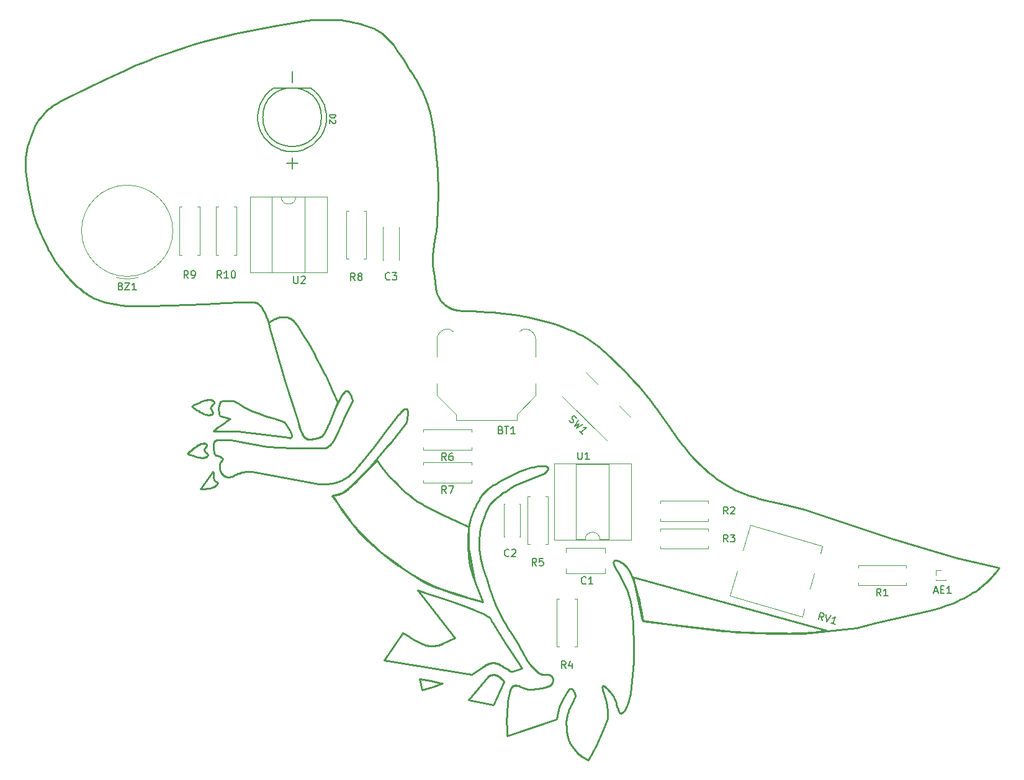
<source format=gbr>
G04 #@! TF.GenerationSoftware,KiCad,Pcbnew,8.0.2*
G04 #@! TF.CreationDate,2024-12-10T10:09:32-07:00*
G04 #@! TF.ProjectId,Makerspace_THT_Workshop,4d616b65-7273-4706-9163-655f5448545f,V1.0*
G04 #@! TF.SameCoordinates,Original*
G04 #@! TF.FileFunction,Legend,Top*
G04 #@! TF.FilePolarity,Positive*
%FSLAX46Y46*%
G04 Gerber Fmt 4.6, Leading zero omitted, Abs format (unit mm)*
G04 Created by KiCad (PCBNEW 8.0.2) date 2024-12-10 10:09:32*
%MOMM*%
%LPD*%
G01*
G04 APERTURE LIST*
G04 Aperture macros list*
%AMHorizOval*
0 Thick line with rounded ends*
0 $1 width*
0 $2 $3 position (X,Y) of the first rounded end (center of the circle)*
0 $4 $5 position (X,Y) of the second rounded end (center of the circle)*
0 Add line between two ends*
20,1,$1,$2,$3,$4,$5,0*
0 Add two circle primitives to create the rounded ends*
1,1,$1,$2,$3*
1,1,$1,$4,$5*%
%AMRotRect*
0 Rectangle, with rotation*
0 The origin of the aperture is its center*
0 $1 length*
0 $2 width*
0 $3 Rotation angle, in degrees counterclockwise*
0 Add horizontal line*
21,1,$1,$2,0,0,$3*%
G04 Aperture macros list end*
%ADD10C,0.291041*%
%ADD11C,0.150000*%
%ADD12C,0.120000*%
%ADD13R,1.800000X1.800000*%
%ADD14C,1.524000*%
%ADD15C,2.000000*%
%ADD16C,2.340000*%
%ADD17R,0.850000X0.850000*%
%ADD18HorizOval,2.200000X0.459619X0.459619X-0.459619X-0.459619X0*%
%ADD19RotRect,1.500000X2.500000X135.000000*%
%ADD20HorizOval,1.500000X0.353553X0.353553X-0.353553X-0.353553X0*%
%ADD21R,2.000000X2.000000*%
%ADD22R,2.400000X1.600000*%
%ADD23O,2.400000X1.600000*%
%ADD24C,3.000000*%
%ADD25C,9.000000*%
G04 APERTURE END LIST*
D10*
X118603910Y-91342786D02*
X118761300Y-91362053D01*
X118919190Y-91395090D01*
X119077027Y-91442994D01*
X119234257Y-91506865D01*
X119390329Y-91587803D01*
X119544688Y-91686906D01*
X119696782Y-91805275D01*
X119846059Y-91944006D01*
X119991965Y-92104201D01*
X120133947Y-92286958D01*
X120410396Y-92680169D01*
X120679436Y-93079295D01*
X121189541Y-93878027D01*
X121652749Y-94648620D01*
X122057550Y-95356542D01*
X122645887Y-96446243D01*
X122862463Y-96870868D01*
X123508213Y-98112337D01*
X123967514Y-98973523D01*
X124129805Y-99262790D01*
X124181427Y-99346911D01*
X124208534Y-99381099D01*
X124231352Y-99411612D01*
X124270850Y-99485344D01*
X124389868Y-99737522D01*
X124717859Y-100486157D01*
X125172612Y-101563911D01*
X125772882Y-103000931D01*
X124623015Y-105962417D01*
X124614355Y-105970339D01*
X124603441Y-105986793D01*
X124574960Y-106043143D01*
X124492149Y-106234521D01*
X124376321Y-106502065D01*
X124306571Y-106653622D01*
X124229219Y-106811287D01*
X124144485Y-106970751D01*
X124052584Y-107127702D01*
X123953736Y-107277829D01*
X123901774Y-107348986D01*
X123848157Y-107416821D01*
X123792911Y-107480795D01*
X123736065Y-107540368D01*
X123677645Y-107595003D01*
X123617678Y-107644159D01*
X123556192Y-107687299D01*
X123493214Y-107723883D01*
X123428770Y-107753372D01*
X123362889Y-107775229D01*
X122717002Y-107947662D01*
X122445654Y-108011275D01*
X122321273Y-108035477D01*
X122203810Y-108053865D01*
X122092807Y-108065880D01*
X121987804Y-108070964D01*
X121888344Y-108068559D01*
X121793967Y-108058106D01*
X121704215Y-108039047D01*
X121618630Y-108010823D01*
X121536753Y-107972877D01*
X121458125Y-107924650D01*
X121382289Y-107865583D01*
X121308784Y-107795119D01*
X121237154Y-107712699D01*
X121166939Y-107617764D01*
X121097681Y-107509756D01*
X121028921Y-107388118D01*
X120960201Y-107252290D01*
X120891062Y-107101714D01*
X120821045Y-106935832D01*
X120749693Y-106754086D01*
X120601146Y-106340766D01*
X120441754Y-105857289D01*
X120267847Y-105299188D01*
X118720328Y-100325005D01*
X117902350Y-97738434D01*
X116509583Y-92742158D01*
X116386787Y-92177841D01*
X116486619Y-92097478D01*
X116604775Y-92010213D01*
X116762526Y-91903284D01*
X116955450Y-91785484D01*
X117179122Y-91665604D01*
X117301107Y-91607633D01*
X117429121Y-91552440D01*
X117562610Y-91501123D01*
X117701022Y-91454783D01*
X117843804Y-91414517D01*
X117990403Y-91381426D01*
X118140266Y-91356608D01*
X118292840Y-91341163D01*
X118447572Y-91336189D01*
X118603910Y-91342786D01*
X125570964Y-50806680D02*
X125998838Y-50822178D01*
X126278692Y-50840605D01*
X126440938Y-50858300D01*
X126534243Y-50876849D01*
X127211319Y-50978459D01*
X127942252Y-51120861D01*
X128372156Y-51219448D01*
X128832195Y-51338004D01*
X129312752Y-51477809D01*
X129804208Y-51640147D01*
X130296947Y-51826300D01*
X130781350Y-52037551D01*
X131017421Y-52152988D01*
X131247801Y-52275180D01*
X131471289Y-52404288D01*
X131686681Y-52540472D01*
X131892777Y-52683891D01*
X132088374Y-52834707D01*
X132272269Y-52993080D01*
X132443260Y-53159170D01*
X132767951Y-53508912D01*
X133084307Y-53874592D01*
X133390587Y-54250898D01*
X133685051Y-54632516D01*
X133965960Y-55014135D01*
X134231572Y-55390441D01*
X134709945Y-56105865D01*
X135106249Y-56736288D01*
X135406560Y-57239211D01*
X135663516Y-57692549D01*
X135781430Y-57852780D01*
X136096825Y-58317842D01*
X136310601Y-58657357D01*
X136552177Y-59064285D01*
X136814361Y-59535698D01*
X137089965Y-60068662D01*
X137371796Y-60660247D01*
X137652666Y-61307523D01*
X137790494Y-61651129D01*
X137925384Y-62007557D01*
X138056439Y-62376443D01*
X138182760Y-62757420D01*
X138303447Y-63150120D01*
X138417603Y-63554179D01*
X138524328Y-63969229D01*
X138622723Y-64394904D01*
X138711890Y-64830837D01*
X138790930Y-65276663D01*
X138858944Y-65732015D01*
X138915034Y-66196526D01*
X139446537Y-71323932D01*
X139479267Y-72324888D01*
X139497646Y-73429347D01*
X139497340Y-74806028D01*
X139463327Y-76357108D01*
X139428986Y-77167476D01*
X139380584Y-77984761D01*
X139316246Y-78796733D01*
X139234092Y-79591164D01*
X139132244Y-80355826D01*
X139008827Y-81078492D01*
X138946905Y-81425022D01*
X138895591Y-81766749D01*
X138854319Y-82103267D01*
X138822521Y-82434168D01*
X138799630Y-82759048D01*
X138785081Y-83077498D01*
X138778306Y-83389113D01*
X138778738Y-83693487D01*
X138798959Y-84278884D01*
X138841209Y-84830436D01*
X138900955Y-85344893D01*
X138973663Y-85819003D01*
X139110509Y-86662472D01*
X139209616Y-87340705D01*
X139290222Y-87956715D01*
X139297481Y-87982056D01*
X139320449Y-88053927D01*
X139338382Y-88105365D01*
X139360912Y-88166100D01*
X139388262Y-88235354D01*
X139420655Y-88312347D01*
X139458316Y-88396301D01*
X139501466Y-88486438D01*
X139550329Y-88581979D01*
X139605129Y-88682146D01*
X139666089Y-88786159D01*
X139733431Y-88893242D01*
X139807380Y-89002614D01*
X139846902Y-89057916D01*
X139888159Y-89113498D01*
X139975990Y-89225114D01*
X140071097Y-89336685D01*
X140173704Y-89447432D01*
X140284033Y-89556575D01*
X140402309Y-89663338D01*
X140528753Y-89766940D01*
X140663591Y-89866603D01*
X140807044Y-89961549D01*
X140959336Y-90051000D01*
X141038866Y-90093421D01*
X141120690Y-90134175D01*
X141204836Y-90173167D01*
X141291331Y-90210298D01*
X141380203Y-90245471D01*
X141471480Y-90278589D01*
X141565190Y-90309555D01*
X141661361Y-90338270D01*
X141760021Y-90364639D01*
X141861198Y-90388562D01*
X141964919Y-90409944D01*
X142071213Y-90428687D01*
X142180108Y-90444693D01*
X142291631Y-90457866D01*
X142743822Y-90498338D01*
X143200869Y-90528094D01*
X144148942Y-90568282D01*
X145174689Y-90604074D01*
X146316945Y-90661115D01*
X146943901Y-90705618D01*
X147614548Y-90765050D01*
X148333741Y-90842617D01*
X149106334Y-90941524D01*
X149937183Y-91064976D01*
X150831140Y-91216180D01*
X151793062Y-91398341D01*
X152827803Y-91614665D01*
X153866170Y-91862890D01*
X154835886Y-92134930D01*
X155737180Y-92425289D01*
X156570281Y-92728471D01*
X157335419Y-93038980D01*
X158032821Y-93351322D01*
X158662718Y-93659999D01*
X159225337Y-93959517D01*
X160149661Y-94509090D01*
X160807624Y-94956076D01*
X161331797Y-95366424D01*
X162144678Y-96058642D01*
X163053062Y-96878301D01*
X163601323Y-97393213D01*
X164200327Y-97973113D01*
X164841100Y-98614198D01*
X165514663Y-99312669D01*
X166212041Y-100064723D01*
X166924258Y-100866559D01*
X167642337Y-101714377D01*
X168357301Y-102604375D01*
X169060175Y-103532751D01*
X169404273Y-104010144D01*
X169741982Y-104495706D01*
X171003418Y-106319760D01*
X172143844Y-107900618D01*
X172682391Y-108611374D01*
X173207141Y-109275162D01*
X173723579Y-109896592D01*
X174237190Y-110480275D01*
X174753459Y-111030820D01*
X175277871Y-111552839D01*
X175815912Y-112050941D01*
X176373067Y-112529736D01*
X176954820Y-112993835D01*
X177566658Y-113447849D01*
X178214064Y-113896387D01*
X178902525Y-114344060D01*
X179495364Y-114692839D01*
X180105263Y-115004693D01*
X180730442Y-115283486D01*
X181369123Y-115533084D01*
X182019525Y-115757352D01*
X182679870Y-115960157D01*
X183348379Y-116145363D01*
X184023271Y-116316837D01*
X186751093Y-116942718D01*
X188107046Y-117273768D01*
X188776805Y-117457351D01*
X189438714Y-117658125D01*
X201413064Y-121566200D01*
X210198428Y-124254953D01*
X216032174Y-125551115D01*
X215921810Y-125730997D01*
X215778608Y-125941373D01*
X215572064Y-126219173D01*
X215298679Y-126554746D01*
X214954956Y-126938441D01*
X214537398Y-127360608D01*
X214299838Y-127583103D01*
X214042507Y-127811597D01*
X213764969Y-128044883D01*
X213466786Y-128281757D01*
X213147520Y-128521010D01*
X212806736Y-128761438D01*
X212443996Y-129001833D01*
X212058862Y-129240989D01*
X211650897Y-129477701D01*
X211219664Y-129710761D01*
X210764726Y-129938964D01*
X210285646Y-130161103D01*
X209781987Y-130375971D01*
X209253311Y-130582363D01*
X208699181Y-130779073D01*
X208119160Y-130964893D01*
X207512811Y-131138618D01*
X206879696Y-131299041D01*
X199164200Y-133150544D01*
X196621847Y-133775082D01*
X189414829Y-134526733D01*
X180395001Y-134394084D01*
X167484259Y-132846571D01*
X167296346Y-131739816D01*
X167064563Y-130584874D01*
X166915122Y-129923658D01*
X166743660Y-129232001D01*
X166550435Y-128528946D01*
X166335708Y-127833533D01*
X166099737Y-127164806D01*
X165842780Y-126541804D01*
X165565098Y-125983572D01*
X165418566Y-125734694D01*
X165266950Y-125509149D01*
X165110281Y-125309318D01*
X164948593Y-125137579D01*
X164781918Y-124996314D01*
X164610288Y-124887903D01*
X164444165Y-124804184D01*
X164293541Y-124734901D01*
X164157746Y-124679279D01*
X164036109Y-124636546D01*
X163927959Y-124605931D01*
X163832626Y-124586661D01*
X163749440Y-124577964D01*
X163677729Y-124579067D01*
X163616823Y-124589198D01*
X163566051Y-124607585D01*
X163524744Y-124633456D01*
X163492230Y-124666038D01*
X163467838Y-124704559D01*
X163450899Y-124748247D01*
X163440742Y-124796329D01*
X163436695Y-124848033D01*
X163438089Y-124902587D01*
X163444253Y-124959218D01*
X163468209Y-125075623D01*
X163503197Y-125191072D01*
X163543854Y-125299384D01*
X163620713Y-125469886D01*
X163655869Y-125537704D01*
X163841702Y-125857268D01*
X163996570Y-126124821D01*
X164123918Y-126346977D01*
X164524457Y-127058801D01*
X164706164Y-127392743D01*
X164875846Y-127719120D01*
X165033764Y-128043246D01*
X165180181Y-128370431D01*
X165315357Y-128705988D01*
X165439556Y-129055229D01*
X165553039Y-129423466D01*
X165656068Y-129816010D01*
X165748905Y-130238173D01*
X165831813Y-130695269D01*
X165905051Y-131192607D01*
X165968884Y-131735501D01*
X166023573Y-132329263D01*
X166069379Y-132979203D01*
X166136653Y-134253836D01*
X166176465Y-135358518D01*
X166194515Y-136293249D01*
X166196503Y-137058029D01*
X166175088Y-138077735D01*
X166157817Y-138417637D01*
X165759878Y-142750683D01*
X165406158Y-144077142D01*
X165367211Y-144180166D01*
X165260386Y-144437077D01*
X165186216Y-144598791D01*
X165100711Y-144769638D01*
X165005750Y-144939836D01*
X164903212Y-145099607D01*
X164794973Y-145239171D01*
X164739303Y-145298319D01*
X164682913Y-145348747D01*
X164626037Y-145389234D01*
X164568910Y-145418556D01*
X164511767Y-145435491D01*
X164454842Y-145438817D01*
X164398371Y-145427312D01*
X164342588Y-145399752D01*
X164287728Y-145354915D01*
X164234025Y-145291579D01*
X164181716Y-145208521D01*
X164131033Y-145104520D01*
X164082212Y-144978351D01*
X164035488Y-144828793D01*
X163946541Y-144522446D01*
X163862189Y-144248855D01*
X163782590Y-144006228D01*
X163707903Y-143792772D01*
X163638284Y-143606694D01*
X163573891Y-143446203D01*
X163461416Y-143194806D01*
X163371739Y-143024239D01*
X163306122Y-142920162D01*
X163252114Y-142854110D01*
X162960521Y-142499949D01*
X162825191Y-142345647D01*
X162678659Y-142186598D01*
X162527812Y-142033582D01*
X162379535Y-141897378D01*
X162240714Y-141788765D01*
X162177001Y-141748173D01*
X162118235Y-141718522D01*
X162065275Y-141701158D01*
X162018983Y-141697428D01*
X161980220Y-141708681D01*
X161949845Y-141736263D01*
X161928720Y-141781523D01*
X161917706Y-141845806D01*
X161917663Y-141930461D01*
X161929452Y-142036836D01*
X161953934Y-142166277D01*
X161991969Y-142320132D01*
X162044418Y-142499748D01*
X162112142Y-142706473D01*
X162250456Y-143135810D01*
X162364241Y-143540616D01*
X162455648Y-143920456D01*
X162526832Y-144274890D01*
X162579945Y-144603482D01*
X162617142Y-144905795D01*
X162640576Y-145181391D01*
X162652400Y-145429833D01*
X162654768Y-145650684D01*
X162649834Y-145843507D01*
X162626671Y-146143320D01*
X162587467Y-146387367D01*
X161968456Y-147824353D01*
X161084156Y-149802963D01*
X160011952Y-151858967D01*
X159849731Y-151763066D01*
X159674886Y-151656354D01*
X159462378Y-151522170D01*
X159230827Y-151369291D01*
X159113730Y-151288583D01*
X158998854Y-151206493D01*
X158888529Y-151124117D01*
X158785080Y-151042552D01*
X158690836Y-150962896D01*
X158608124Y-150886245D01*
X158414406Y-150690542D01*
X158319399Y-150589947D01*
X158225981Y-150487496D01*
X158134418Y-150383173D01*
X158044978Y-150276957D01*
X157957927Y-150168830D01*
X157873530Y-150058774D01*
X157792055Y-149946769D01*
X157713768Y-149832797D01*
X157638934Y-149716839D01*
X157567821Y-149598876D01*
X157500695Y-149478890D01*
X157437822Y-149356861D01*
X157379469Y-149232771D01*
X157325901Y-149106601D01*
X157271558Y-148953422D01*
X157223203Y-148782560D01*
X157180495Y-148597817D01*
X157143090Y-148402998D01*
X157110647Y-148201905D01*
X157082823Y-147998344D01*
X157039659Y-147599027D01*
X157010858Y-147235477D01*
X156993679Y-146938124D01*
X156983225Y-146663727D01*
X156986291Y-146612603D01*
X156999461Y-146468213D01*
X157011697Y-146365254D01*
X157028694Y-146244029D01*
X157051196Y-146106225D01*
X157079948Y-145953523D01*
X157115695Y-145787609D01*
X157159182Y-145610167D01*
X157211154Y-145422879D01*
X157272355Y-145227431D01*
X157343530Y-145025507D01*
X157425424Y-144818789D01*
X157470624Y-144714160D01*
X157518782Y-144608963D01*
X157569993Y-144503411D01*
X157624349Y-144397712D01*
X157822797Y-144015583D01*
X157974611Y-143709619D01*
X158086011Y-143472051D01*
X158163213Y-143295104D01*
X158212435Y-143171009D01*
X158239896Y-143091991D01*
X158254404Y-143038104D01*
X158234499Y-142963211D01*
X158175992Y-142776788D01*
X158132831Y-142659686D01*
X158080698Y-142536220D01*
X158019822Y-142413564D01*
X157950429Y-142298890D01*
X157912610Y-142246789D01*
X157872746Y-142199373D01*
X157830866Y-142157539D01*
X157786999Y-142122184D01*
X157741173Y-142094204D01*
X157693415Y-142074497D01*
X157643755Y-142063958D01*
X157592221Y-142063485D01*
X157538841Y-142073974D01*
X157483643Y-142096321D01*
X157426656Y-142131423D01*
X157367909Y-142180177D01*
X157307428Y-142243480D01*
X157245243Y-142322228D01*
X157181383Y-142417318D01*
X157115875Y-142529646D01*
X156651621Y-143391315D01*
X156320008Y-144026043D01*
X156054714Y-144552484D01*
X155745222Y-145757338D01*
X155712114Y-146265812D01*
X148936177Y-148542871D01*
X148899245Y-147506529D01*
X148879097Y-146599772D01*
X148876191Y-146162609D01*
X148880956Y-145779443D01*
X148888524Y-145555107D01*
X148898992Y-145330859D01*
X148912198Y-145106727D01*
X148927979Y-144882737D01*
X148966616Y-144435291D01*
X149013605Y-143988737D01*
X149043537Y-143739906D01*
X149079809Y-143470024D01*
X149098360Y-143347457D01*
X149116139Y-143243950D01*
X149132363Y-143167609D01*
X149139646Y-143142160D01*
X149146246Y-143126542D01*
X149153318Y-143104164D01*
X149162397Y-143059643D01*
X149188230Y-142915603D01*
X149227057Y-142717283D01*
X149252379Y-142604913D01*
X149282193Y-142487546D01*
X149316912Y-142368040D01*
X149356952Y-142249253D01*
X149402725Y-142134043D01*
X149454646Y-142025267D01*
X149483042Y-141974185D01*
X149513130Y-141925784D01*
X149544962Y-141880419D01*
X149578590Y-141838450D01*
X149614066Y-141800232D01*
X149651441Y-141766123D01*
X149690768Y-141736481D01*
X149732098Y-141711662D01*
X149792759Y-141683065D01*
X149854098Y-141660538D01*
X149916086Y-141643750D01*
X149978695Y-141632369D01*
X150041894Y-141626065D01*
X150105655Y-141624506D01*
X150169949Y-141627361D01*
X150234747Y-141634300D01*
X150300020Y-141644990D01*
X150365738Y-141659101D01*
X150498395Y-141696262D01*
X150632486Y-141743132D01*
X150767778Y-141797064D01*
X151041036Y-141915517D01*
X151178537Y-141974740D01*
X151316310Y-142030429D01*
X151454121Y-142079935D01*
X151591739Y-142120608D01*
X151660402Y-142136806D01*
X151728930Y-142149801D01*
X151797293Y-142159265D01*
X151865463Y-142164865D01*
X152004167Y-142168801D01*
X152154817Y-142167274D01*
X152480862Y-142150485D01*
X152821420Y-142119803D01*
X153154313Y-142080539D01*
X153457363Y-142037998D01*
X153708391Y-141997488D01*
X153885219Y-141964318D01*
X153965669Y-141943794D01*
X154020975Y-141924752D01*
X154127451Y-141892399D01*
X154270561Y-141846635D01*
X154351311Y-141818694D01*
X154435768Y-141787363D01*
X154522115Y-141752630D01*
X154608535Y-141714483D01*
X154693211Y-141672910D01*
X154774326Y-141627897D01*
X154850062Y-141579434D01*
X154885345Y-141553904D01*
X154918603Y-141527507D01*
X154949607Y-141500241D01*
X154978131Y-141472105D01*
X155003948Y-141443096D01*
X155026830Y-141413214D01*
X155055503Y-141369224D01*
X155081416Y-141322807D01*
X155104520Y-141274259D01*
X155124763Y-141223879D01*
X155142096Y-141171960D01*
X155156468Y-141118801D01*
X155167829Y-141064697D01*
X155176128Y-141009945D01*
X155181316Y-140954842D01*
X155183341Y-140899683D01*
X155182154Y-140844765D01*
X155177704Y-140790385D01*
X155169941Y-140736839D01*
X155158815Y-140684423D01*
X155144275Y-140633434D01*
X155126270Y-140584169D01*
X155110004Y-140546410D01*
X155092683Y-140510429D01*
X155074065Y-140476175D01*
X155053911Y-140443603D01*
X155031979Y-140412664D01*
X155008029Y-140383311D01*
X154995221Y-140369214D01*
X154981819Y-140355495D01*
X154967792Y-140342149D01*
X154953109Y-140329170D01*
X154937742Y-140316551D01*
X154921659Y-140304287D01*
X154904830Y-140292371D01*
X154887226Y-140280798D01*
X154868816Y-140269562D01*
X154849571Y-140258657D01*
X154829460Y-140248076D01*
X154808452Y-140237814D01*
X154763630Y-140218223D01*
X154714862Y-140199836D01*
X154661908Y-140182605D01*
X154604528Y-140166482D01*
X154554042Y-140155729D01*
X154498754Y-140148136D01*
X154439364Y-140143211D01*
X154376570Y-140140461D01*
X154243566Y-140139516D01*
X154105331Y-140141362D01*
X153967458Y-140142058D01*
X153900403Y-140140744D01*
X153835536Y-140137665D01*
X153773553Y-140132328D01*
X153715155Y-140124242D01*
X153661040Y-140112913D01*
X153611907Y-140097850D01*
X153460319Y-140033538D01*
X153309523Y-139953305D01*
X153159782Y-139858329D01*
X153011361Y-139749789D01*
X152864522Y-139628862D01*
X152719530Y-139496725D01*
X152436139Y-139203538D01*
X152163298Y-138879651D01*
X151903116Y-138534487D01*
X151657702Y-138177471D01*
X151429166Y-137818026D01*
X151219617Y-137465576D01*
X151031165Y-137129545D01*
X150725986Y-136544432D01*
X150461593Y-135985875D01*
X150022176Y-135346670D01*
X149557893Y-134644359D01*
X149006103Y-133772858D01*
X148715099Y-133293806D01*
X148423466Y-132796630D01*
X148138285Y-132289388D01*
X147866639Y-131780138D01*
X147615610Y-131276938D01*
X147392281Y-130787845D01*
X147203733Y-130320916D01*
X147124716Y-130098282D01*
X147057050Y-129884211D01*
X146827381Y-129147798D01*
X146583547Y-128428209D01*
X146086086Y-127020501D01*
X145848811Y-126322879D01*
X145630076Y-125623076D01*
X145438056Y-124916342D01*
X145280929Y-124197925D01*
X145166869Y-123463073D01*
X145128545Y-123087999D01*
X145104055Y-122707035D01*
X145094419Y-122319587D01*
X145100661Y-121925060D01*
X145123802Y-121522862D01*
X145164865Y-121112397D01*
X145224871Y-120693072D01*
X145304842Y-120264294D01*
X145405801Y-119825467D01*
X145528769Y-119375999D01*
X145674769Y-118915295D01*
X145844823Y-118442762D01*
X146039952Y-117957805D01*
X146261179Y-117459831D01*
X146342295Y-117302590D01*
X146438751Y-117145370D01*
X146549374Y-116988495D01*
X146672989Y-116832293D01*
X146808421Y-116677090D01*
X146954494Y-116523211D01*
X147273865Y-116220730D01*
X147621704Y-115927458D01*
X147988610Y-115646005D01*
X148365185Y-115378978D01*
X148742027Y-115128986D01*
X149109738Y-114898637D01*
X149458917Y-114690538D01*
X150064083Y-114351527D01*
X150638453Y-114055279D01*
X153965292Y-112704684D01*
X153976880Y-112703687D01*
X153994808Y-112696519D01*
X154046555Y-112665345D01*
X154114275Y-112614513D01*
X154191710Y-112547375D01*
X154272603Y-112467283D01*
X154350695Y-112377587D01*
X154386735Y-112330186D01*
X154419728Y-112281640D01*
X154448892Y-112232369D01*
X154473445Y-112182792D01*
X154492605Y-112133328D01*
X154505589Y-112084395D01*
X154511614Y-112036414D01*
X154509900Y-111989801D01*
X154499663Y-111944977D01*
X154480121Y-111902361D01*
X154450493Y-111862370D01*
X154409995Y-111825425D01*
X154357846Y-111791945D01*
X154293263Y-111762347D01*
X154215464Y-111737051D01*
X154123667Y-111716476D01*
X154017090Y-111701042D01*
X153894951Y-111691166D01*
X153756466Y-111687267D01*
X153600855Y-111689766D01*
X153331617Y-111706571D01*
X153058912Y-111736905D01*
X152785134Y-111779047D01*
X152512679Y-111831277D01*
X152243943Y-111891872D01*
X151981321Y-111959112D01*
X151484003Y-112106640D01*
X151039888Y-112260092D01*
X150668143Y-112405698D01*
X150387931Y-112529688D01*
X150218417Y-112618294D01*
X149498889Y-112969940D01*
X148861012Y-113285921D01*
X148126501Y-113673923D01*
X147743814Y-113889913D01*
X147361937Y-114117885D01*
X146989193Y-114355830D01*
X146633903Y-114601742D01*
X146304391Y-114853613D01*
X146008979Y-115109434D01*
X145876662Y-115238199D01*
X145755991Y-115367198D01*
X145648006Y-115496182D01*
X145553748Y-115624897D01*
X145385116Y-115878485D01*
X145227062Y-116125810D01*
X145079057Y-116367721D01*
X144940574Y-116605064D01*
X144811084Y-116838687D01*
X144690061Y-117069437D01*
X144576976Y-117298160D01*
X144471302Y-117525704D01*
X144372511Y-117752917D01*
X144280075Y-117980645D01*
X144193467Y-118209736D01*
X144112158Y-118441036D01*
X144035622Y-118675392D01*
X143963329Y-118913653D01*
X143829366Y-119405275D01*
X143783959Y-119597892D01*
X143744993Y-119791734D01*
X143711992Y-119986681D01*
X143684477Y-120182610D01*
X143661970Y-120379403D01*
X143643995Y-120576939D01*
X143619724Y-120973756D01*
X143607841Y-121372097D01*
X143604523Y-121771000D01*
X143608287Y-122566633D01*
X143611393Y-122852305D01*
X143618660Y-123138178D01*
X143630723Y-123424003D01*
X143648214Y-123709531D01*
X143671768Y-123994513D01*
X143702019Y-124278699D01*
X143739601Y-124561842D01*
X143785147Y-124843692D01*
X143861657Y-125211057D01*
X143965500Y-125626393D01*
X144085108Y-126059818D01*
X144208911Y-126481447D01*
X144422828Y-127169792D01*
X144514701Y-127452365D01*
X145620072Y-130260020D01*
X144711595Y-130015111D01*
X143729109Y-129736566D01*
X142530558Y-129378485D01*
X141218016Y-128959264D01*
X139893557Y-128497296D01*
X139258757Y-128256031D01*
X138659255Y-128010976D01*
X138107811Y-127764432D01*
X137617185Y-127518698D01*
X137150888Y-127259556D01*
X136668205Y-126975123D01*
X135679328Y-126353567D01*
X134701851Y-125700403D01*
X133787069Y-125062006D01*
X132350777Y-124015008D01*
X131780820Y-123583566D01*
X131405339Y-123244701D01*
X130517934Y-122431219D01*
X129994308Y-121941704D01*
X129477158Y-121447785D01*
X129011305Y-120987545D01*
X128811620Y-120781956D01*
X128641567Y-120599067D01*
X128323858Y-120232178D01*
X127994233Y-119827724D01*
X127667717Y-119410315D01*
X127359335Y-119004564D01*
X126607684Y-117990378D01*
X126510404Y-117855405D01*
X126322706Y-117582087D01*
X125803526Y-116813164D01*
X125082269Y-115735425D01*
X125222085Y-115713570D01*
X125373439Y-115687194D01*
X125558279Y-115651354D01*
X125760993Y-115606679D01*
X125864174Y-115581225D01*
X125965971Y-115553796D01*
X126064431Y-115524472D01*
X126157604Y-115493332D01*
X126243537Y-115460454D01*
X126320281Y-115425915D01*
X126443947Y-115361514D01*
X126564762Y-115292299D01*
X126682921Y-115218655D01*
X126798622Y-115140966D01*
X126912060Y-115059616D01*
X127023432Y-114974991D01*
X127132935Y-114887474D01*
X127240765Y-114797451D01*
X127452193Y-114611422D01*
X127659288Y-114419979D01*
X128066767Y-114033157D01*
X128421836Y-113688451D01*
X128802302Y-113302223D01*
X129612769Y-112440396D01*
X130444844Y-111518057D01*
X131245204Y-110605589D01*
X132537492Y-109091796D01*
X133063051Y-108462074D01*
X135119047Y-105853401D01*
X135169387Y-105663346D01*
X135259284Y-105257209D01*
X135303483Y-105010793D01*
X135338872Y-104755576D01*
X135359216Y-104506631D01*
X135358283Y-104279031D01*
X135347889Y-104177945D01*
X135329839Y-104087849D01*
X135303352Y-104010625D01*
X135267650Y-103948159D01*
X135221954Y-103902333D01*
X135165484Y-103875033D01*
X135097461Y-103868142D01*
X135017106Y-103883545D01*
X134923640Y-103923126D01*
X134816284Y-103988768D01*
X134694258Y-104082357D01*
X134556784Y-104205775D01*
X134403081Y-104360908D01*
X134232372Y-104549639D01*
X134043877Y-104773853D01*
X133836816Y-105035434D01*
X132434499Y-106868299D01*
X131464675Y-108157510D01*
X130719668Y-109169514D01*
X128884751Y-111446573D01*
X128809009Y-111518653D01*
X128699213Y-111649328D01*
X128371724Y-112046631D01*
X128151161Y-112293346D01*
X127890807Y-112558827D01*
X127589226Y-112833117D01*
X127422528Y-112970454D01*
X127244985Y-113106259D01*
X127056418Y-113239289D01*
X126856647Y-113368298D01*
X126645495Y-113492041D01*
X126422780Y-113609275D01*
X126188324Y-113718754D01*
X125941947Y-113819233D01*
X125683471Y-113909469D01*
X125412715Y-113988217D01*
X125129501Y-114054232D01*
X124833648Y-114106269D01*
X124524979Y-114143083D01*
X124203313Y-114163431D01*
X123868471Y-114166068D01*
X123520274Y-114149748D01*
X123158542Y-114113228D01*
X122783097Y-114055263D01*
X114139085Y-112485627D01*
X114085124Y-112478558D01*
X113932364Y-112465731D01*
X113823211Y-112461089D01*
X113694489Y-112459722D01*
X113547908Y-112463202D01*
X113385179Y-112473102D01*
X113208013Y-112490993D01*
X113018120Y-112518446D01*
X112918935Y-112536250D01*
X112817210Y-112557034D01*
X112713158Y-112580994D01*
X112606994Y-112608328D01*
X112498930Y-112639230D01*
X112389181Y-112673899D01*
X112277961Y-112712530D01*
X112165483Y-112755320D01*
X112051962Y-112802465D01*
X111937610Y-112854162D01*
X111822642Y-112910607D01*
X111707272Y-112971997D01*
X111544103Y-113054723D01*
X111387660Y-113119173D01*
X111237961Y-113166262D01*
X111095026Y-113196904D01*
X110958875Y-113212013D01*
X110829527Y-113212502D01*
X110707001Y-113199287D01*
X110591318Y-113173280D01*
X110482496Y-113135397D01*
X110380555Y-113086551D01*
X110285514Y-113027656D01*
X110197394Y-112959626D01*
X110116213Y-112883376D01*
X110041991Y-112799820D01*
X109974747Y-112709871D01*
X109914501Y-112614444D01*
X109861273Y-112514452D01*
X109815081Y-112410810D01*
X109775946Y-112304432D01*
X109743887Y-112196232D01*
X109718923Y-112087124D01*
X109701074Y-111978023D01*
X109690359Y-111869841D01*
X109686798Y-111763494D01*
X109690411Y-111659895D01*
X109701216Y-111559958D01*
X109719233Y-111464598D01*
X109744482Y-111374729D01*
X109776983Y-111291264D01*
X109816754Y-111215118D01*
X109863815Y-111147205D01*
X109918186Y-111088438D01*
X109971311Y-111035596D01*
X110014963Y-110984827D01*
X110049653Y-110936105D01*
X110075892Y-110889403D01*
X110094188Y-110844696D01*
X110105055Y-110801958D01*
X110109001Y-110761162D01*
X110106539Y-110722285D01*
X110098177Y-110685298D01*
X110084428Y-110650176D01*
X110065802Y-110616894D01*
X110042808Y-110585426D01*
X110015959Y-110555744D01*
X109985764Y-110527825D01*
X109952735Y-110501641D01*
X109917381Y-110477168D01*
X109841744Y-110433246D01*
X109762938Y-110395853D01*
X109685047Y-110364782D01*
X109612159Y-110339824D01*
X109497726Y-110307423D01*
X109452319Y-110296991D01*
X109403682Y-110295186D01*
X109358038Y-110290248D01*
X109315291Y-110282276D01*
X109275344Y-110271368D01*
X109238102Y-110257623D01*
X109203468Y-110241139D01*
X109171347Y-110222013D01*
X109141642Y-110200345D01*
X109114257Y-110176233D01*
X109089096Y-110149774D01*
X109066064Y-110121069D01*
X109045063Y-110090213D01*
X109025998Y-110057307D01*
X109008773Y-110022448D01*
X108993292Y-109985735D01*
X108979458Y-109947265D01*
X108967176Y-109907138D01*
X108956349Y-109865452D01*
X108946882Y-109822304D01*
X108938678Y-109777793D01*
X108931641Y-109732018D01*
X108925676Y-109685077D01*
X108916574Y-109588090D01*
X108910603Y-109487617D01*
X108906996Y-109384447D01*
X108903796Y-109173156D01*
X108891538Y-108824970D01*
X108891249Y-108741441D01*
X108894735Y-108660666D01*
X108903327Y-108583318D01*
X108909953Y-108546140D01*
X108918356Y-108510072D01*
X108928702Y-108475197D01*
X108941157Y-108441600D01*
X108955887Y-108409365D01*
X108973059Y-108378575D01*
X108992840Y-108349317D01*
X109015396Y-108321672D01*
X109040893Y-108295727D01*
X109069499Y-108271564D01*
X109101379Y-108249268D01*
X109136700Y-108228924D01*
X109175629Y-108210615D01*
X109218332Y-108194426D01*
X109264975Y-108180440D01*
X109315725Y-108168743D01*
X109370749Y-108159417D01*
X109430213Y-108152548D01*
X109700209Y-108132429D01*
X109962174Y-108121117D01*
X110214812Y-108117578D01*
X110456828Y-108120774D01*
X110686927Y-108129669D01*
X110903813Y-108143227D01*
X111292766Y-108180188D01*
X111613324Y-108223366D01*
X111855124Y-108264471D01*
X112061000Y-108307303D01*
X116239308Y-109081059D01*
X119577527Y-109280025D01*
X122539920Y-109280025D01*
X123888476Y-109235797D01*
X123921810Y-109245901D01*
X123962506Y-109252410D01*
X123988577Y-109254244D01*
X124018357Y-109254450D01*
X124051764Y-109252520D01*
X124088717Y-109247941D01*
X124129135Y-109240206D01*
X124172936Y-109228803D01*
X124220042Y-109213222D01*
X124270369Y-109192954D01*
X124323838Y-109167488D01*
X124380366Y-109136314D01*
X124439875Y-109098923D01*
X124502281Y-109054804D01*
X124567505Y-109003447D01*
X124635465Y-108944342D01*
X124706081Y-108876979D01*
X124779272Y-108800848D01*
X124854955Y-108715440D01*
X124933052Y-108620243D01*
X125013480Y-108514748D01*
X125096159Y-108398445D01*
X125181008Y-108270823D01*
X125267945Y-108131373D01*
X125356890Y-107979585D01*
X125447762Y-107814949D01*
X125540480Y-107636954D01*
X125634963Y-107445091D01*
X126298877Y-106041963D01*
X126767971Y-105024329D01*
X127138273Y-104195294D01*
X127845713Y-102824641D01*
X127822181Y-102727619D01*
X127752794Y-102483702D01*
X127701471Y-102328761D01*
X127639364Y-102163619D01*
X127566700Y-101997117D01*
X127483706Y-101838095D01*
X127438405Y-101764152D01*
X127390607Y-101695395D01*
X127340340Y-101632928D01*
X127287632Y-101577857D01*
X127232511Y-101531287D01*
X127175006Y-101494323D01*
X127115145Y-101468070D01*
X127052956Y-101453633D01*
X126988468Y-101452117D01*
X126921709Y-101464628D01*
X126852708Y-101492270D01*
X126781492Y-101536148D01*
X126708090Y-101597369D01*
X126632531Y-101677035D01*
X126554842Y-101776254D01*
X126475052Y-101896130D01*
X126312113Y-102171332D01*
X126147716Y-102470791D01*
X125821157Y-103119288D01*
X125508588Y-103795248D01*
X125223221Y-104452297D01*
X124786945Y-105524163D01*
X124618030Y-105963894D01*
X124609370Y-105971816D01*
X124598456Y-105988270D01*
X124569975Y-106044620D01*
X124487164Y-106235998D01*
X124371336Y-106503542D01*
X124301586Y-106655099D01*
X124224234Y-106812764D01*
X124139500Y-106972228D01*
X124047599Y-107129179D01*
X123948751Y-107279306D01*
X123896789Y-107350463D01*
X123843171Y-107418298D01*
X123787926Y-107482272D01*
X123731080Y-107541845D01*
X123672660Y-107596480D01*
X123612693Y-107645636D01*
X123551207Y-107688776D01*
X123488228Y-107725360D01*
X123423785Y-107754849D01*
X123357904Y-107776706D01*
X122712017Y-107949139D01*
X122440669Y-108012752D01*
X122316288Y-108036954D01*
X122198825Y-108055342D01*
X122087822Y-108067357D01*
X121982819Y-108072441D01*
X121883359Y-108070036D01*
X121788982Y-108059583D01*
X121699230Y-108040524D01*
X121613645Y-108012300D01*
X121531768Y-107974354D01*
X121453140Y-107926127D01*
X121377304Y-107867060D01*
X121303799Y-107796596D01*
X121232169Y-107714176D01*
X121161954Y-107619241D01*
X121092696Y-107511233D01*
X121023936Y-107389595D01*
X120955216Y-107253767D01*
X120886077Y-107103191D01*
X120816060Y-106937309D01*
X120744708Y-106755563D01*
X120596161Y-106342244D01*
X120436769Y-105858767D01*
X120262862Y-105300665D01*
X118715343Y-100326483D01*
X117897365Y-97739911D01*
X116504598Y-92743635D01*
X116473219Y-92596910D01*
X116376736Y-92209899D01*
X116302982Y-91951209D01*
X116211635Y-91662353D01*
X116102254Y-91353301D01*
X115974400Y-91034020D01*
X115827634Y-90714481D01*
X115661516Y-90404651D01*
X115571063Y-90256492D01*
X115475608Y-90114499D01*
X115375094Y-89979917D01*
X115269468Y-89853994D01*
X115158675Y-89737974D01*
X115042659Y-89633104D01*
X114921366Y-89540630D01*
X114794740Y-89461798D01*
X114662728Y-89397855D01*
X114525273Y-89350045D01*
X114382321Y-89319616D01*
X114233817Y-89307814D01*
X113490918Y-89312311D01*
X112536434Y-89337919D01*
X110375690Y-89425703D01*
X107727946Y-89560171D01*
X105249789Y-89686109D01*
X103080923Y-89776461D01*
X102034952Y-89808922D01*
X101117825Y-89825453D01*
X98494759Y-89869754D01*
X97839688Y-89862680D01*
X97186317Y-89836157D01*
X96860491Y-89813698D01*
X96535356Y-89784092D01*
X96211002Y-89746577D01*
X95887517Y-89700390D01*
X95416038Y-89621496D01*
X94944664Y-89531248D01*
X94475406Y-89427259D01*
X94010280Y-89307140D01*
X93779895Y-89240286D01*
X93551299Y-89168503D01*
X93324742Y-89091493D01*
X93100476Y-89008958D01*
X92878754Y-88920600D01*
X92659826Y-88826118D01*
X92443945Y-88725216D01*
X92231363Y-88617595D01*
X92021031Y-88502018D01*
X91814824Y-88379466D01*
X91612539Y-88250411D01*
X91413976Y-88115326D01*
X91218933Y-87974684D01*
X91027209Y-87828958D01*
X90838601Y-87678620D01*
X90652909Y-87524145D01*
X90289466Y-87204671D01*
X89935268Y-86874320D01*
X89588703Y-86536876D01*
X89248161Y-86196121D01*
X88968571Y-85904995D01*
X88697688Y-85605390D01*
X88435175Y-85298048D01*
X88180695Y-84983710D01*
X87933912Y-84663117D01*
X87694490Y-84337010D01*
X87462091Y-84006131D01*
X87236380Y-83671220D01*
X87006121Y-83311426D01*
X86785708Y-82945416D01*
X86574115Y-82573996D01*
X86370318Y-82197972D01*
X86173292Y-81818150D01*
X85982013Y-81435336D01*
X85612593Y-80663953D01*
X85246114Y-79873940D01*
X85064771Y-79469218D01*
X84890361Y-79063456D01*
X84727138Y-78660736D01*
X84579353Y-78265134D01*
X84451260Y-77880732D01*
X84395926Y-77694005D01*
X84347109Y-77511608D01*
X84052548Y-76303463D01*
X83778292Y-75065253D01*
X83541269Y-73816384D01*
X83442010Y-73194018D01*
X83358408Y-72576265D01*
X83292578Y-71965552D01*
X83246638Y-71364303D01*
X83222702Y-70774946D01*
X83222887Y-70199907D01*
X83249310Y-69641610D01*
X83304086Y-69102483D01*
X83389331Y-68584951D01*
X83507162Y-68091440D01*
X83788273Y-67143631D01*
X83942992Y-66680623D01*
X84112108Y-66225508D01*
X84299335Y-65778761D01*
X84508391Y-65340854D01*
X84742990Y-64912260D01*
X85006848Y-64493452D01*
X85303680Y-64084902D01*
X85637202Y-63687085D01*
X86011130Y-63300471D01*
X86214407Y-63111514D01*
X86429179Y-62925535D01*
X86655910Y-62742594D01*
X86895065Y-62562750D01*
X87147107Y-62386061D01*
X87412503Y-62212587D01*
X87691715Y-62042388D01*
X87985208Y-61875521D01*
X88293448Y-61712047D01*
X88616898Y-61552024D01*
X91978317Y-59931302D01*
X94210429Y-58868163D01*
X96825784Y-57648153D01*
X98238102Y-57025517D01*
X99641985Y-56454460D01*
X101004155Y-55936965D01*
X102291337Y-55475011D01*
X106024638Y-54222226D01*
X107454446Y-53791119D01*
X109461306Y-53276475D01*
X111857265Y-52720794D01*
X114454368Y-52166578D01*
X117064660Y-51656326D01*
X119500188Y-51232540D01*
X121572997Y-50937721D01*
X122414646Y-50851955D01*
X123095132Y-50814368D01*
X124149521Y-50799114D01*
X124964662Y-50797772D01*
X125570964Y-50806680D01*
X138210494Y-129138211D02*
X139771651Y-129646017D01*
X141572421Y-130257876D01*
X143390779Y-130916632D01*
X144237169Y-131245735D01*
X145004695Y-131565129D01*
X145665603Y-131867669D01*
X146192142Y-132146211D01*
X146556555Y-132393611D01*
X146669293Y-132503400D01*
X146731092Y-132602723D01*
X146840668Y-132842383D01*
X147021507Y-133176112D01*
X147553736Y-134065322D01*
X148241312Y-135149447D01*
X148997770Y-136307582D01*
X150371461Y-138362255D01*
X150983076Y-139262091D01*
X149669961Y-139762307D01*
X149669961Y-139762358D01*
X149578119Y-139730607D01*
X149458921Y-139681575D01*
X149286964Y-139602133D01*
X149059317Y-139486054D01*
X148773049Y-139327108D01*
X148425230Y-139119066D01*
X148227322Y-138994688D01*
X148012928Y-138855700D01*
X147901584Y-138787650D01*
X147790457Y-138729704D01*
X147679765Y-138681341D01*
X147569726Y-138642040D01*
X147460557Y-138611280D01*
X147352476Y-138588541D01*
X147245700Y-138573301D01*
X147140447Y-138565040D01*
X147036935Y-138563236D01*
X146935380Y-138567369D01*
X146836001Y-138576917D01*
X146739014Y-138591360D01*
X146644638Y-138610176D01*
X146553090Y-138632846D01*
X146464588Y-138658847D01*
X146379349Y-138687659D01*
X146297590Y-138718760D01*
X146219530Y-138751631D01*
X146145385Y-138785750D01*
X146075374Y-138820595D01*
X145948621Y-138890384D01*
X145841012Y-138956829D01*
X145754286Y-139015764D01*
X145690185Y-139063020D01*
X145636815Y-139105826D01*
X144104845Y-140137545D01*
X132130495Y-138230404D01*
X134662932Y-134447375D01*
X134866152Y-134575852D01*
X135421100Y-134912432D01*
X135804825Y-135135863D01*
X136245705Y-135383842D01*
X136733484Y-135647209D01*
X137257900Y-135916806D01*
X137392595Y-135980161D01*
X137526855Y-136035656D01*
X137660428Y-136083675D01*
X137793062Y-136124600D01*
X137924505Y-136158817D01*
X138054506Y-136186707D01*
X138182813Y-136208655D01*
X138309173Y-136225045D01*
X138433334Y-136236259D01*
X138555046Y-136242682D01*
X138674055Y-136244697D01*
X138790111Y-136242687D01*
X138902961Y-136237037D01*
X139012353Y-136228129D01*
X139118035Y-136216348D01*
X139219756Y-136202076D01*
X139410306Y-136167596D01*
X139581988Y-136127758D01*
X139732785Y-136085630D01*
X139860684Y-136044281D01*
X139963668Y-136006779D01*
X140039723Y-135976193D01*
X140102986Y-135948042D01*
X141822541Y-135135161D01*
X136695136Y-128663379D01*
X138210494Y-129138211D01*
X108405822Y-102656365D02*
X108509552Y-102669621D01*
X108606786Y-102692777D01*
X108696766Y-102726514D01*
X108778735Y-102771518D01*
X108851936Y-102828471D01*
X108915612Y-102898057D01*
X108915604Y-102898057D01*
X108931433Y-102921624D01*
X108942901Y-102945367D01*
X108950256Y-102969286D01*
X108953745Y-102993383D01*
X108953615Y-103017658D01*
X108950113Y-103042112D01*
X108943488Y-103066747D01*
X108933985Y-103091562D01*
X108921852Y-103116559D01*
X108907337Y-103141739D01*
X108890687Y-103167102D01*
X108872150Y-103192650D01*
X108830400Y-103244302D01*
X108784068Y-103296702D01*
X108685566Y-103403771D01*
X108637353Y-103458455D01*
X108592472Y-103513914D01*
X108571898Y-103541936D01*
X108552898Y-103570154D01*
X108535721Y-103598570D01*
X108520612Y-103627183D01*
X108507820Y-103655996D01*
X108497592Y-103685008D01*
X108490175Y-103714221D01*
X108485816Y-103743635D01*
X108484755Y-103770785D01*
X108486452Y-103798244D01*
X108490686Y-103825971D01*
X108497237Y-103853931D01*
X108505886Y-103882084D01*
X108516414Y-103910392D01*
X108528599Y-103938818D01*
X108542223Y-103967322D01*
X108572906Y-104024416D01*
X108606706Y-104081368D01*
X108676622Y-104193626D01*
X108709221Y-104248322D01*
X108737904Y-104301655D01*
X108750227Y-104327716D01*
X108760912Y-104353321D01*
X108769739Y-104378433D01*
X108776487Y-104403014D01*
X108780938Y-104427025D01*
X108782871Y-104450429D01*
X108782067Y-104473187D01*
X108778306Y-104495260D01*
X108771368Y-104516612D01*
X108761033Y-104537204D01*
X108747082Y-104556997D01*
X108729294Y-104575953D01*
X108656949Y-104633187D01*
X108577270Y-104677126D01*
X108490889Y-104708523D01*
X108398439Y-104728130D01*
X108300549Y-104736701D01*
X108197852Y-104734987D01*
X108090979Y-104723743D01*
X107980563Y-104703719D01*
X107867233Y-104675670D01*
X107751623Y-104640348D01*
X107516084Y-104550895D01*
X107279000Y-104441382D01*
X107045421Y-104317830D01*
X106820402Y-104186263D01*
X106608993Y-104052700D01*
X106247217Y-103803677D01*
X105909294Y-103546650D01*
X106291040Y-103331112D01*
X106480531Y-103232658D01*
X106695528Y-103127314D01*
X106929973Y-103020549D01*
X107177810Y-102917832D01*
X107432978Y-102824630D01*
X107689421Y-102746414D01*
X107816228Y-102714635D01*
X107941082Y-102688652D01*
X108063225Y-102669150D01*
X108181901Y-102656813D01*
X108296352Y-102652323D01*
X108405822Y-102656365D01*
X131284767Y-111082127D02*
X131652832Y-111590669D01*
X131920106Y-111941530D01*
X132239179Y-112343924D01*
X132607280Y-112788205D01*
X133021638Y-113264728D01*
X133479482Y-113763845D01*
X133978040Y-114275913D01*
X134514541Y-114791284D01*
X135086215Y-115300313D01*
X135384375Y-115549435D01*
X135690289Y-115793354D01*
X136003611Y-116030865D01*
X136323994Y-116260762D01*
X136651092Y-116481839D01*
X136984558Y-116692891D01*
X137324045Y-116892711D01*
X137669209Y-117080095D01*
X138994035Y-117758673D01*
X140178063Y-118348033D01*
X142079532Y-119257544D01*
X143706771Y-119988878D01*
X143672754Y-121680585D01*
X143669432Y-122140317D01*
X143676267Y-122574160D01*
X143697303Y-122961807D01*
X143714409Y-123131962D01*
X143736581Y-123282953D01*
X144196725Y-125684688D01*
X144538896Y-127419584D01*
X145644267Y-130227240D01*
X144735790Y-129982330D01*
X143753304Y-129703785D01*
X142554753Y-129345705D01*
X141242211Y-128926484D01*
X139917752Y-128464516D01*
X139282952Y-128223250D01*
X138683450Y-127978196D01*
X138132006Y-127731652D01*
X137641380Y-127485917D01*
X137175083Y-127226776D01*
X136692400Y-126942342D01*
X135703523Y-126320786D01*
X134726046Y-125667622D01*
X133811264Y-125029225D01*
X132374972Y-123982228D01*
X131805015Y-123550786D01*
X131429534Y-123211921D01*
X130542129Y-122398438D01*
X130018503Y-121908924D01*
X129501354Y-121415005D01*
X129035500Y-120954765D01*
X128835815Y-120749175D01*
X128665762Y-120566287D01*
X128348054Y-120199398D01*
X128018428Y-119794943D01*
X127691912Y-119377534D01*
X127383531Y-118971783D01*
X126631880Y-117957597D01*
X126534599Y-117822625D01*
X126346901Y-117549306D01*
X125827721Y-116780383D01*
X125106464Y-115702644D01*
X125246280Y-115680790D01*
X125397634Y-115654413D01*
X125582474Y-115618574D01*
X125785188Y-115573899D01*
X125888369Y-115548444D01*
X125990166Y-115521016D01*
X126088626Y-115491692D01*
X126181799Y-115460552D01*
X126267732Y-115427673D01*
X126344476Y-115393135D01*
X126468142Y-115328734D01*
X126588957Y-115259519D01*
X126707116Y-115185874D01*
X126822817Y-115108185D01*
X126936255Y-115026836D01*
X127047627Y-114942211D01*
X127157130Y-114854694D01*
X127264961Y-114764671D01*
X127476389Y-114578641D01*
X127683484Y-114387199D01*
X128090962Y-114000377D01*
X131157152Y-110895465D01*
X131284767Y-111082127D01*
X111200901Y-102836367D02*
X111581826Y-102847160D01*
X111714682Y-102854417D01*
X112081065Y-103079619D01*
X112502771Y-103324300D01*
X112762673Y-103468921D01*
X113051245Y-103624305D01*
X113365464Y-103787382D01*
X113702306Y-103955085D01*
X114058751Y-104124345D01*
X114431773Y-104292093D01*
X114818352Y-104455262D01*
X115215464Y-104610782D01*
X115620087Y-104755586D01*
X116029198Y-104886604D01*
X116764345Y-105110705D01*
X117340849Y-105293040D01*
X117777394Y-105437272D01*
X118092666Y-105547064D01*
X118434135Y-105677985D01*
X118514739Y-105715112D01*
X118773405Y-106064886D01*
X119015126Y-106420766D01*
X119140279Y-106620231D01*
X119259228Y-106825009D01*
X119365170Y-107028321D01*
X119451304Y-107223389D01*
X119484818Y-107315714D01*
X119510830Y-107403436D01*
X119528489Y-107485708D01*
X119536946Y-107561682D01*
X119535350Y-107630513D01*
X119522851Y-107691351D01*
X119498600Y-107743351D01*
X119461746Y-107785664D01*
X119411438Y-107817443D01*
X119346828Y-107837842D01*
X119267064Y-107846013D01*
X119171296Y-107841108D01*
X119171296Y-107841092D01*
X112168011Y-106981314D01*
X111750824Y-106963483D01*
X110788460Y-106932462D01*
X110238399Y-106922540D01*
X109714717Y-106921961D01*
X109271639Y-106934939D01*
X109097272Y-106947828D01*
X108963390Y-106965687D01*
X108917404Y-106970429D01*
X108890075Y-106964589D01*
X108880276Y-106948850D01*
X108886878Y-106923897D01*
X108908753Y-106890413D01*
X108944774Y-106849084D01*
X109054742Y-106745624D01*
X109207761Y-106618989D01*
X109394807Y-106474653D01*
X109834894Y-106154768D01*
X110302826Y-105829752D01*
X110726425Y-105543389D01*
X111151917Y-105261758D01*
X109723290Y-104850114D01*
X109697249Y-104749792D01*
X109670719Y-104640378D01*
X109640535Y-104505674D01*
X109610711Y-104356338D01*
X109597190Y-104279513D01*
X109585263Y-104203028D01*
X109575435Y-104128215D01*
X109568205Y-104056405D01*
X109564076Y-103988931D01*
X109563551Y-103927125D01*
X109567683Y-103855759D01*
X109576300Y-103778050D01*
X109588746Y-103695508D01*
X109604366Y-103609645D01*
X109642503Y-103433996D01*
X109685468Y-103263185D01*
X109728015Y-103109297D01*
X109764900Y-102984416D01*
X109800701Y-102870010D01*
X109800701Y-102870044D01*
X110222275Y-102849571D01*
X110598372Y-102838506D01*
X110925683Y-102834791D01*
X111200901Y-102836367D01*
X107600000Y-108600000D02*
X107686829Y-108613473D01*
X107768453Y-108639438D01*
X107844315Y-108678710D01*
X107879909Y-108703592D01*
X107913853Y-108732106D01*
X107913853Y-108732123D01*
X107930674Y-108749803D01*
X107943530Y-108768180D01*
X107952649Y-108787223D01*
X107958260Y-108806903D01*
X107960592Y-108827191D01*
X107959875Y-108848057D01*
X107956337Y-108869473D01*
X107950207Y-108891410D01*
X107941715Y-108913837D01*
X107931088Y-108936726D01*
X107918557Y-108960047D01*
X107904350Y-108983772D01*
X107871824Y-109032315D01*
X107835342Y-109082121D01*
X107757837Y-109184584D01*
X107720479Y-109236774D01*
X107686492Y-109289291D01*
X107671335Y-109315599D01*
X107657708Y-109341902D01*
X107645839Y-109368169D01*
X107635959Y-109394372D01*
X107628295Y-109420482D01*
X107623077Y-109446468D01*
X107620533Y-109472303D01*
X107620893Y-109497957D01*
X107624601Y-109526014D01*
X107631386Y-109553706D01*
X107641008Y-109581047D01*
X107653225Y-109608052D01*
X107667793Y-109634735D01*
X107684472Y-109661112D01*
X107703018Y-109687197D01*
X107723190Y-109713004D01*
X107767444Y-109763847D01*
X107815296Y-109813759D01*
X107914047Y-109911260D01*
X107961072Y-109959087D01*
X108003948Y-110006454D01*
X108023225Y-110030003D01*
X108040739Y-110053481D01*
X108056246Y-110076904D01*
X108069506Y-110100286D01*
X108080276Y-110123641D01*
X108088314Y-110146986D01*
X108093378Y-110170334D01*
X108095225Y-110193700D01*
X108093615Y-110217099D01*
X108088303Y-110240546D01*
X108079050Y-110264055D01*
X108065611Y-110287642D01*
X108013220Y-110354190D01*
X107951440Y-110410523D01*
X107880996Y-110457171D01*
X107802613Y-110494667D01*
X107717016Y-110523541D01*
X107624929Y-110544325D01*
X107527077Y-110557551D01*
X107424185Y-110563749D01*
X107316978Y-110563452D01*
X107206181Y-110557190D01*
X106976714Y-110528898D01*
X106741582Y-110483125D01*
X106506584Y-110424122D01*
X106277518Y-110356140D01*
X106060183Y-110283429D01*
X105683895Y-110140828D01*
X105327201Y-109985937D01*
X105409388Y-109905493D01*
X105632080Y-109698933D01*
X105784927Y-109564660D01*
X105959474Y-109418418D01*
X106151245Y-109266727D01*
X106355766Y-109116107D01*
X106568560Y-108973079D01*
X106676661Y-108906448D01*
X106785153Y-108844161D01*
X106893475Y-108787031D01*
X107001069Y-108735874D01*
X107107374Y-108691505D01*
X107211832Y-108654739D01*
X107313883Y-108626390D01*
X107412968Y-108607274D01*
X107508526Y-108598206D01*
X107600000Y-108600000D01*
X138492854Y-141028526D02*
X139540219Y-141254215D01*
X139904158Y-141328589D01*
X140071716Y-141356801D01*
X140074736Y-141359491D01*
X140061075Y-141367334D01*
X139988057Y-141397103D01*
X139689699Y-141503354D01*
X138727334Y-141825773D01*
X137289162Y-142294745D01*
X137007784Y-140700251D01*
X138492854Y-141028526D01*
X108816644Y-112463923D02*
X108822595Y-112473243D01*
X108827437Y-112487140D01*
X108831301Y-112505375D01*
X108836622Y-112553900D01*
X108839607Y-112616902D01*
X108842766Y-112778677D01*
X108845039Y-112873620D01*
X108849173Y-112975379D01*
X108856219Y-113082038D01*
X108867226Y-113191684D01*
X108883243Y-113302399D01*
X108893458Y-113357560D01*
X108905319Y-113412270D01*
X108918958Y-113466290D01*
X108934505Y-113519380D01*
X108952092Y-113571302D01*
X108971849Y-113621815D01*
X108980625Y-113639942D01*
X108991178Y-113657031D01*
X109003365Y-113673151D01*
X109017043Y-113688373D01*
X109032070Y-113702764D01*
X109048304Y-113716395D01*
X109065602Y-113729336D01*
X109083820Y-113741654D01*
X109122451Y-113764704D01*
X109163056Y-113786099D01*
X109245625Y-113826148D01*
X109285309Y-113845910D01*
X109322404Y-113866238D01*
X109355771Y-113887687D01*
X109370700Y-113899005D01*
X109384269Y-113910811D01*
X109396335Y-113923175D01*
X109406756Y-113936165D01*
X109415390Y-113949852D01*
X109422094Y-113964305D01*
X109426725Y-113979593D01*
X109429141Y-113995785D01*
X109429198Y-114012951D01*
X109426756Y-114031160D01*
X109405691Y-114105307D01*
X109373516Y-114174901D01*
X109331004Y-114240087D01*
X109278926Y-114301008D01*
X109218056Y-114357808D01*
X109149166Y-114410633D01*
X109073029Y-114459625D01*
X108990416Y-114504930D01*
X108902100Y-114546691D01*
X108808854Y-114585052D01*
X108610660Y-114652155D01*
X108402013Y-114707391D01*
X108189094Y-114751914D01*
X107978081Y-114786879D01*
X107775155Y-114813438D01*
X107418278Y-114845955D01*
X107073453Y-114860893D01*
X108765666Y-112494356D01*
X108779129Y-112477200D01*
X108790827Y-112465818D01*
X108800891Y-112459971D01*
X108809453Y-112459419D01*
X108816644Y-112463923D01*
X192519305Y-134172543D02*
X191316409Y-134304620D01*
X190796043Y-134356144D01*
X190262828Y-134404142D01*
X189754266Y-134443150D01*
X189307861Y-134467701D01*
X188180660Y-134503461D01*
X187052797Y-134524069D01*
X185924561Y-134529624D01*
X184796247Y-134520225D01*
X183668145Y-134495970D01*
X182540547Y-134456957D01*
X181413745Y-134403285D01*
X180288032Y-134335052D01*
X178491625Y-134185246D01*
X176446265Y-133970836D01*
X172210916Y-133452481D01*
X167377291Y-132787539D01*
X166118734Y-126814195D01*
X192519305Y-134172543D01*
X147121168Y-140174002D02*
X147185401Y-140178016D01*
X147250825Y-140186198D01*
X147317314Y-140198874D01*
X147384742Y-140216369D01*
X147452984Y-140239012D01*
X147521911Y-140267126D01*
X147591401Y-140301040D01*
X147661325Y-140341079D01*
X147731558Y-140387570D01*
X147863990Y-140483586D01*
X147980576Y-140572411D01*
X148082324Y-140654184D01*
X148170240Y-140729041D01*
X148245334Y-140797120D01*
X148308612Y-140858559D01*
X148361081Y-140913494D01*
X148403750Y-140962063D01*
X148437625Y-141004404D01*
X148463715Y-141040653D01*
X148483027Y-141070948D01*
X148496568Y-141095428D01*
X148510369Y-141127486D01*
X148513178Y-141137929D01*
X147074992Y-144326948D01*
X143635890Y-143607859D01*
X146262119Y-140481396D01*
X146294483Y-140455566D01*
X146333426Y-140427194D01*
X146386200Y-140391998D01*
X146451797Y-140352588D01*
X146529211Y-140311575D01*
X146572033Y-140291284D01*
X146617432Y-140271570D01*
X146665281Y-140252760D01*
X146715454Y-140235182D01*
X146767826Y-140219160D01*
X146822270Y-140205022D01*
X146878660Y-140193094D01*
X146936871Y-140183701D01*
X146996777Y-140177171D01*
X147058251Y-140173829D01*
X147121168Y-140174002D01*
D11*
X124737704Y-63759524D02*
X125537704Y-63759524D01*
X125537704Y-63759524D02*
X125537704Y-63950000D01*
X125537704Y-63950000D02*
X125499609Y-64064286D01*
X125499609Y-64064286D02*
X125423419Y-64140476D01*
X125423419Y-64140476D02*
X125347228Y-64178571D01*
X125347228Y-64178571D02*
X125194847Y-64216667D01*
X125194847Y-64216667D02*
X125080561Y-64216667D01*
X125080561Y-64216667D02*
X124928180Y-64178571D01*
X124928180Y-64178571D02*
X124851990Y-64140476D01*
X124851990Y-64140476D02*
X124775800Y-64064286D01*
X124775800Y-64064286D02*
X124737704Y-63950000D01*
X124737704Y-63950000D02*
X124737704Y-63759524D01*
X125461514Y-64521428D02*
X125499609Y-64559524D01*
X125499609Y-64559524D02*
X125537704Y-64635714D01*
X125537704Y-64635714D02*
X125537704Y-64826190D01*
X125537704Y-64826190D02*
X125499609Y-64902381D01*
X125499609Y-64902381D02*
X125461514Y-64940476D01*
X125461514Y-64940476D02*
X125385323Y-64978571D01*
X125385323Y-64978571D02*
X125309133Y-64978571D01*
X125309133Y-64978571D02*
X125194847Y-64940476D01*
X125194847Y-64940476D02*
X124737704Y-64483333D01*
X124737704Y-64483333D02*
X124737704Y-64978571D01*
X199933333Y-129424819D02*
X199600000Y-128948628D01*
X199361905Y-129424819D02*
X199361905Y-128424819D01*
X199361905Y-128424819D02*
X199742857Y-128424819D01*
X199742857Y-128424819D02*
X199838095Y-128472438D01*
X199838095Y-128472438D02*
X199885714Y-128520057D01*
X199885714Y-128520057D02*
X199933333Y-128615295D01*
X199933333Y-128615295D02*
X199933333Y-128758152D01*
X199933333Y-128758152D02*
X199885714Y-128853390D01*
X199885714Y-128853390D02*
X199838095Y-128901009D01*
X199838095Y-128901009D02*
X199742857Y-128948628D01*
X199742857Y-128948628D02*
X199361905Y-128948628D01*
X200885714Y-129424819D02*
X200314286Y-129424819D01*
X200600000Y-129424819D02*
X200600000Y-128424819D01*
X200600000Y-128424819D02*
X200504762Y-128567676D01*
X200504762Y-128567676D02*
X200409524Y-128662914D01*
X200409524Y-128662914D02*
X200314286Y-128710533D01*
X191931369Y-132787959D02*
X191742204Y-132238336D01*
X191382076Y-132630452D02*
X191657714Y-131669190D01*
X191657714Y-131669190D02*
X192023909Y-131774195D01*
X192023909Y-131774195D02*
X192102332Y-131846220D01*
X192102332Y-131846220D02*
X192134981Y-131905120D01*
X192134981Y-131905120D02*
X192154504Y-132009795D01*
X192154504Y-132009795D02*
X192115127Y-132147118D01*
X192115127Y-132147118D02*
X192043101Y-132225541D01*
X192043101Y-132225541D02*
X191984201Y-132258190D01*
X191984201Y-132258190D02*
X191879527Y-132277713D01*
X191879527Y-132277713D02*
X191513332Y-132172708D01*
X192481652Y-131905451D02*
X192526435Y-132958591D01*
X192526435Y-132958591D02*
X193122493Y-132089209D01*
X193670795Y-133286731D02*
X193121502Y-133129224D01*
X193396149Y-133207978D02*
X193671786Y-132246716D01*
X193671786Y-132246716D02*
X193540860Y-132357788D01*
X193540860Y-132357788D02*
X193423061Y-132423085D01*
X193423061Y-132423085D02*
X193318386Y-132442609D01*
X207183333Y-128769104D02*
X207659523Y-128769104D01*
X207088095Y-129054819D02*
X207421428Y-128054819D01*
X207421428Y-128054819D02*
X207754761Y-129054819D01*
X208088095Y-128531009D02*
X208421428Y-128531009D01*
X208564285Y-129054819D02*
X208088095Y-129054819D01*
X208088095Y-129054819D02*
X208088095Y-128054819D01*
X208088095Y-128054819D02*
X208564285Y-128054819D01*
X209516666Y-129054819D02*
X208945238Y-129054819D01*
X209230952Y-129054819D02*
X209230952Y-128054819D01*
X209230952Y-128054819D02*
X209135714Y-128197676D01*
X209135714Y-128197676D02*
X209040476Y-128292914D01*
X209040476Y-128292914D02*
X208945238Y-128340533D01*
X157369257Y-105445125D02*
X157436600Y-105579812D01*
X157436600Y-105579812D02*
X157604959Y-105748170D01*
X157604959Y-105748170D02*
X157705974Y-105781842D01*
X157705974Y-105781842D02*
X157773318Y-105781842D01*
X157773318Y-105781842D02*
X157874333Y-105748170D01*
X157874333Y-105748170D02*
X157941677Y-105680827D01*
X157941677Y-105680827D02*
X157975348Y-105579812D01*
X157975348Y-105579812D02*
X157975348Y-105512468D01*
X157975348Y-105512468D02*
X157941677Y-105411453D01*
X157941677Y-105411453D02*
X157840661Y-105243094D01*
X157840661Y-105243094D02*
X157806990Y-105142079D01*
X157806990Y-105142079D02*
X157806990Y-105074735D01*
X157806990Y-105074735D02*
X157840661Y-104973720D01*
X157840661Y-104973720D02*
X157908005Y-104906377D01*
X157908005Y-104906377D02*
X158009020Y-104872705D01*
X158009020Y-104872705D02*
X158076364Y-104872705D01*
X158076364Y-104872705D02*
X158177379Y-104906377D01*
X158177379Y-104906377D02*
X158345738Y-105074735D01*
X158345738Y-105074735D02*
X158413081Y-105209422D01*
X158682455Y-105411453D02*
X158143707Y-106286919D01*
X158143707Y-106286919D02*
X158783471Y-105916529D01*
X158783471Y-105916529D02*
X158413081Y-106556293D01*
X158413081Y-106556293D02*
X159288547Y-106017545D01*
X159221203Y-107364414D02*
X158817142Y-106960353D01*
X159019173Y-107162384D02*
X159726279Y-106455277D01*
X159726279Y-106455277D02*
X159557921Y-106488949D01*
X159557921Y-106488949D02*
X159423234Y-106488949D01*
X159423234Y-106488949D02*
X159322218Y-106455277D01*
X179033333Y-122054819D02*
X178700000Y-121578628D01*
X178461905Y-122054819D02*
X178461905Y-121054819D01*
X178461905Y-121054819D02*
X178842857Y-121054819D01*
X178842857Y-121054819D02*
X178938095Y-121102438D01*
X178938095Y-121102438D02*
X178985714Y-121150057D01*
X178985714Y-121150057D02*
X179033333Y-121245295D01*
X179033333Y-121245295D02*
X179033333Y-121388152D01*
X179033333Y-121388152D02*
X178985714Y-121483390D01*
X178985714Y-121483390D02*
X178938095Y-121531009D01*
X178938095Y-121531009D02*
X178842857Y-121578628D01*
X178842857Y-121578628D02*
X178461905Y-121578628D01*
X179366667Y-121054819D02*
X179985714Y-121054819D01*
X179985714Y-121054819D02*
X179652381Y-121435771D01*
X179652381Y-121435771D02*
X179795238Y-121435771D01*
X179795238Y-121435771D02*
X179890476Y-121483390D01*
X179890476Y-121483390D02*
X179938095Y-121531009D01*
X179938095Y-121531009D02*
X179985714Y-121626247D01*
X179985714Y-121626247D02*
X179985714Y-121864342D01*
X179985714Y-121864342D02*
X179938095Y-121959580D01*
X179938095Y-121959580D02*
X179890476Y-122007200D01*
X179890476Y-122007200D02*
X179795238Y-122054819D01*
X179795238Y-122054819D02*
X179509524Y-122054819D01*
X179509524Y-122054819D02*
X179414286Y-122007200D01*
X179414286Y-122007200D02*
X179366667Y-121959580D01*
X140623333Y-110924819D02*
X140290000Y-110448628D01*
X140051905Y-110924819D02*
X140051905Y-109924819D01*
X140051905Y-109924819D02*
X140432857Y-109924819D01*
X140432857Y-109924819D02*
X140528095Y-109972438D01*
X140528095Y-109972438D02*
X140575714Y-110020057D01*
X140575714Y-110020057D02*
X140623333Y-110115295D01*
X140623333Y-110115295D02*
X140623333Y-110258152D01*
X140623333Y-110258152D02*
X140575714Y-110353390D01*
X140575714Y-110353390D02*
X140528095Y-110401009D01*
X140528095Y-110401009D02*
X140432857Y-110448628D01*
X140432857Y-110448628D02*
X140051905Y-110448628D01*
X141480476Y-109924819D02*
X141290000Y-109924819D01*
X141290000Y-109924819D02*
X141194762Y-109972438D01*
X141194762Y-109972438D02*
X141147143Y-110020057D01*
X141147143Y-110020057D02*
X141051905Y-110162914D01*
X141051905Y-110162914D02*
X141004286Y-110353390D01*
X141004286Y-110353390D02*
X141004286Y-110734342D01*
X141004286Y-110734342D02*
X141051905Y-110829580D01*
X141051905Y-110829580D02*
X141099524Y-110877200D01*
X141099524Y-110877200D02*
X141194762Y-110924819D01*
X141194762Y-110924819D02*
X141385238Y-110924819D01*
X141385238Y-110924819D02*
X141480476Y-110877200D01*
X141480476Y-110877200D02*
X141528095Y-110829580D01*
X141528095Y-110829580D02*
X141575714Y-110734342D01*
X141575714Y-110734342D02*
X141575714Y-110496247D01*
X141575714Y-110496247D02*
X141528095Y-110401009D01*
X141528095Y-110401009D02*
X141480476Y-110353390D01*
X141480476Y-110353390D02*
X141385238Y-110305771D01*
X141385238Y-110305771D02*
X141194762Y-110305771D01*
X141194762Y-110305771D02*
X141099524Y-110353390D01*
X141099524Y-110353390D02*
X141051905Y-110401009D01*
X141051905Y-110401009D02*
X141004286Y-110496247D01*
X179033333Y-118254819D02*
X178700000Y-117778628D01*
X178461905Y-118254819D02*
X178461905Y-117254819D01*
X178461905Y-117254819D02*
X178842857Y-117254819D01*
X178842857Y-117254819D02*
X178938095Y-117302438D01*
X178938095Y-117302438D02*
X178985714Y-117350057D01*
X178985714Y-117350057D02*
X179033333Y-117445295D01*
X179033333Y-117445295D02*
X179033333Y-117588152D01*
X179033333Y-117588152D02*
X178985714Y-117683390D01*
X178985714Y-117683390D02*
X178938095Y-117731009D01*
X178938095Y-117731009D02*
X178842857Y-117778628D01*
X178842857Y-117778628D02*
X178461905Y-117778628D01*
X179414286Y-117350057D02*
X179461905Y-117302438D01*
X179461905Y-117302438D02*
X179557143Y-117254819D01*
X179557143Y-117254819D02*
X179795238Y-117254819D01*
X179795238Y-117254819D02*
X179890476Y-117302438D01*
X179890476Y-117302438D02*
X179938095Y-117350057D01*
X179938095Y-117350057D02*
X179985714Y-117445295D01*
X179985714Y-117445295D02*
X179985714Y-117540533D01*
X179985714Y-117540533D02*
X179938095Y-117683390D01*
X179938095Y-117683390D02*
X179366667Y-118254819D01*
X179366667Y-118254819D02*
X179985714Y-118254819D01*
X96219047Y-87160225D02*
X96361904Y-87207844D01*
X96361904Y-87207844D02*
X96409523Y-87255463D01*
X96409523Y-87255463D02*
X96457142Y-87350701D01*
X96457142Y-87350701D02*
X96457142Y-87493558D01*
X96457142Y-87493558D02*
X96409523Y-87588796D01*
X96409523Y-87588796D02*
X96361904Y-87636416D01*
X96361904Y-87636416D02*
X96266666Y-87684035D01*
X96266666Y-87684035D02*
X95885714Y-87684035D01*
X95885714Y-87684035D02*
X95885714Y-86684035D01*
X95885714Y-86684035D02*
X96219047Y-86684035D01*
X96219047Y-86684035D02*
X96314285Y-86731654D01*
X96314285Y-86731654D02*
X96361904Y-86779273D01*
X96361904Y-86779273D02*
X96409523Y-86874511D01*
X96409523Y-86874511D02*
X96409523Y-86969749D01*
X96409523Y-86969749D02*
X96361904Y-87064987D01*
X96361904Y-87064987D02*
X96314285Y-87112606D01*
X96314285Y-87112606D02*
X96219047Y-87160225D01*
X96219047Y-87160225D02*
X95885714Y-87160225D01*
X96790476Y-86684035D02*
X97457142Y-86684035D01*
X97457142Y-86684035D02*
X96790476Y-87684035D01*
X96790476Y-87684035D02*
X97457142Y-87684035D01*
X98361904Y-87684035D02*
X97790476Y-87684035D01*
X98076190Y-87684035D02*
X98076190Y-86684035D01*
X98076190Y-86684035D02*
X97980952Y-86826892D01*
X97980952Y-86826892D02*
X97885714Y-86922130D01*
X97885714Y-86922130D02*
X97790476Y-86969749D01*
X152933333Y-125304819D02*
X152600000Y-124828628D01*
X152361905Y-125304819D02*
X152361905Y-124304819D01*
X152361905Y-124304819D02*
X152742857Y-124304819D01*
X152742857Y-124304819D02*
X152838095Y-124352438D01*
X152838095Y-124352438D02*
X152885714Y-124400057D01*
X152885714Y-124400057D02*
X152933333Y-124495295D01*
X152933333Y-124495295D02*
X152933333Y-124638152D01*
X152933333Y-124638152D02*
X152885714Y-124733390D01*
X152885714Y-124733390D02*
X152838095Y-124781009D01*
X152838095Y-124781009D02*
X152742857Y-124828628D01*
X152742857Y-124828628D02*
X152361905Y-124828628D01*
X153838095Y-124304819D02*
X153361905Y-124304819D01*
X153361905Y-124304819D02*
X153314286Y-124781009D01*
X153314286Y-124781009D02*
X153361905Y-124733390D01*
X153361905Y-124733390D02*
X153457143Y-124685771D01*
X153457143Y-124685771D02*
X153695238Y-124685771D01*
X153695238Y-124685771D02*
X153790476Y-124733390D01*
X153790476Y-124733390D02*
X153838095Y-124781009D01*
X153838095Y-124781009D02*
X153885714Y-124876247D01*
X153885714Y-124876247D02*
X153885714Y-125114342D01*
X153885714Y-125114342D02*
X153838095Y-125209580D01*
X153838095Y-125209580D02*
X153790476Y-125257200D01*
X153790476Y-125257200D02*
X153695238Y-125304819D01*
X153695238Y-125304819D02*
X153457143Y-125304819D01*
X153457143Y-125304819D02*
X153361905Y-125257200D01*
X153361905Y-125257200D02*
X153314286Y-125209580D01*
X159683333Y-127709580D02*
X159635714Y-127757200D01*
X159635714Y-127757200D02*
X159492857Y-127804819D01*
X159492857Y-127804819D02*
X159397619Y-127804819D01*
X159397619Y-127804819D02*
X159254762Y-127757200D01*
X159254762Y-127757200D02*
X159159524Y-127661961D01*
X159159524Y-127661961D02*
X159111905Y-127566723D01*
X159111905Y-127566723D02*
X159064286Y-127376247D01*
X159064286Y-127376247D02*
X159064286Y-127233390D01*
X159064286Y-127233390D02*
X159111905Y-127042914D01*
X159111905Y-127042914D02*
X159159524Y-126947676D01*
X159159524Y-126947676D02*
X159254762Y-126852438D01*
X159254762Y-126852438D02*
X159397619Y-126804819D01*
X159397619Y-126804819D02*
X159492857Y-126804819D01*
X159492857Y-126804819D02*
X159635714Y-126852438D01*
X159635714Y-126852438D02*
X159683333Y-126900057D01*
X160635714Y-127804819D02*
X160064286Y-127804819D01*
X160350000Y-127804819D02*
X160350000Y-126804819D01*
X160350000Y-126804819D02*
X160254762Y-126947676D01*
X160254762Y-126947676D02*
X160159524Y-127042914D01*
X160159524Y-127042914D02*
X160064286Y-127090533D01*
X156933333Y-139304819D02*
X156600000Y-138828628D01*
X156361905Y-139304819D02*
X156361905Y-138304819D01*
X156361905Y-138304819D02*
X156742857Y-138304819D01*
X156742857Y-138304819D02*
X156838095Y-138352438D01*
X156838095Y-138352438D02*
X156885714Y-138400057D01*
X156885714Y-138400057D02*
X156933333Y-138495295D01*
X156933333Y-138495295D02*
X156933333Y-138638152D01*
X156933333Y-138638152D02*
X156885714Y-138733390D01*
X156885714Y-138733390D02*
X156838095Y-138781009D01*
X156838095Y-138781009D02*
X156742857Y-138828628D01*
X156742857Y-138828628D02*
X156361905Y-138828628D01*
X157790476Y-138638152D02*
X157790476Y-139304819D01*
X157552381Y-138257200D02*
X157314286Y-138971485D01*
X157314286Y-138971485D02*
X157933333Y-138971485D01*
X105433333Y-86054819D02*
X105100000Y-85578628D01*
X104861905Y-86054819D02*
X104861905Y-85054819D01*
X104861905Y-85054819D02*
X105242857Y-85054819D01*
X105242857Y-85054819D02*
X105338095Y-85102438D01*
X105338095Y-85102438D02*
X105385714Y-85150057D01*
X105385714Y-85150057D02*
X105433333Y-85245295D01*
X105433333Y-85245295D02*
X105433333Y-85388152D01*
X105433333Y-85388152D02*
X105385714Y-85483390D01*
X105385714Y-85483390D02*
X105338095Y-85531009D01*
X105338095Y-85531009D02*
X105242857Y-85578628D01*
X105242857Y-85578628D02*
X104861905Y-85578628D01*
X105909524Y-86054819D02*
X106100000Y-86054819D01*
X106100000Y-86054819D02*
X106195238Y-86007200D01*
X106195238Y-86007200D02*
X106242857Y-85959580D01*
X106242857Y-85959580D02*
X106338095Y-85816723D01*
X106338095Y-85816723D02*
X106385714Y-85626247D01*
X106385714Y-85626247D02*
X106385714Y-85245295D01*
X106385714Y-85245295D02*
X106338095Y-85150057D01*
X106338095Y-85150057D02*
X106290476Y-85102438D01*
X106290476Y-85102438D02*
X106195238Y-85054819D01*
X106195238Y-85054819D02*
X106004762Y-85054819D01*
X106004762Y-85054819D02*
X105909524Y-85102438D01*
X105909524Y-85102438D02*
X105861905Y-85150057D01*
X105861905Y-85150057D02*
X105814286Y-85245295D01*
X105814286Y-85245295D02*
X105814286Y-85483390D01*
X105814286Y-85483390D02*
X105861905Y-85578628D01*
X105861905Y-85578628D02*
X105909524Y-85626247D01*
X105909524Y-85626247D02*
X106004762Y-85673866D01*
X106004762Y-85673866D02*
X106195238Y-85673866D01*
X106195238Y-85673866D02*
X106290476Y-85626247D01*
X106290476Y-85626247D02*
X106338095Y-85578628D01*
X106338095Y-85578628D02*
X106385714Y-85483390D01*
X140623333Y-115424819D02*
X140290000Y-114948628D01*
X140051905Y-115424819D02*
X140051905Y-114424819D01*
X140051905Y-114424819D02*
X140432857Y-114424819D01*
X140432857Y-114424819D02*
X140528095Y-114472438D01*
X140528095Y-114472438D02*
X140575714Y-114520057D01*
X140575714Y-114520057D02*
X140623333Y-114615295D01*
X140623333Y-114615295D02*
X140623333Y-114758152D01*
X140623333Y-114758152D02*
X140575714Y-114853390D01*
X140575714Y-114853390D02*
X140528095Y-114901009D01*
X140528095Y-114901009D02*
X140432857Y-114948628D01*
X140432857Y-114948628D02*
X140051905Y-114948628D01*
X140956667Y-114424819D02*
X141623333Y-114424819D01*
X141623333Y-114424819D02*
X141194762Y-115424819D01*
X132933333Y-86209580D02*
X132885714Y-86257200D01*
X132885714Y-86257200D02*
X132742857Y-86304819D01*
X132742857Y-86304819D02*
X132647619Y-86304819D01*
X132647619Y-86304819D02*
X132504762Y-86257200D01*
X132504762Y-86257200D02*
X132409524Y-86161961D01*
X132409524Y-86161961D02*
X132361905Y-86066723D01*
X132361905Y-86066723D02*
X132314286Y-85876247D01*
X132314286Y-85876247D02*
X132314286Y-85733390D01*
X132314286Y-85733390D02*
X132361905Y-85542914D01*
X132361905Y-85542914D02*
X132409524Y-85447676D01*
X132409524Y-85447676D02*
X132504762Y-85352438D01*
X132504762Y-85352438D02*
X132647619Y-85304819D01*
X132647619Y-85304819D02*
X132742857Y-85304819D01*
X132742857Y-85304819D02*
X132885714Y-85352438D01*
X132885714Y-85352438D02*
X132933333Y-85400057D01*
X133266667Y-85304819D02*
X133885714Y-85304819D01*
X133885714Y-85304819D02*
X133552381Y-85685771D01*
X133552381Y-85685771D02*
X133695238Y-85685771D01*
X133695238Y-85685771D02*
X133790476Y-85733390D01*
X133790476Y-85733390D02*
X133838095Y-85781009D01*
X133838095Y-85781009D02*
X133885714Y-85876247D01*
X133885714Y-85876247D02*
X133885714Y-86114342D01*
X133885714Y-86114342D02*
X133838095Y-86209580D01*
X133838095Y-86209580D02*
X133790476Y-86257200D01*
X133790476Y-86257200D02*
X133695238Y-86304819D01*
X133695238Y-86304819D02*
X133409524Y-86304819D01*
X133409524Y-86304819D02*
X133314286Y-86257200D01*
X133314286Y-86257200D02*
X133266667Y-86209580D01*
X128183333Y-86364819D02*
X127850000Y-85888628D01*
X127611905Y-86364819D02*
X127611905Y-85364819D01*
X127611905Y-85364819D02*
X127992857Y-85364819D01*
X127992857Y-85364819D02*
X128088095Y-85412438D01*
X128088095Y-85412438D02*
X128135714Y-85460057D01*
X128135714Y-85460057D02*
X128183333Y-85555295D01*
X128183333Y-85555295D02*
X128183333Y-85698152D01*
X128183333Y-85698152D02*
X128135714Y-85793390D01*
X128135714Y-85793390D02*
X128088095Y-85841009D01*
X128088095Y-85841009D02*
X127992857Y-85888628D01*
X127992857Y-85888628D02*
X127611905Y-85888628D01*
X128754762Y-85793390D02*
X128659524Y-85745771D01*
X128659524Y-85745771D02*
X128611905Y-85698152D01*
X128611905Y-85698152D02*
X128564286Y-85602914D01*
X128564286Y-85602914D02*
X128564286Y-85555295D01*
X128564286Y-85555295D02*
X128611905Y-85460057D01*
X128611905Y-85460057D02*
X128659524Y-85412438D01*
X128659524Y-85412438D02*
X128754762Y-85364819D01*
X128754762Y-85364819D02*
X128945238Y-85364819D01*
X128945238Y-85364819D02*
X129040476Y-85412438D01*
X129040476Y-85412438D02*
X129088095Y-85460057D01*
X129088095Y-85460057D02*
X129135714Y-85555295D01*
X129135714Y-85555295D02*
X129135714Y-85602914D01*
X129135714Y-85602914D02*
X129088095Y-85698152D01*
X129088095Y-85698152D02*
X129040476Y-85745771D01*
X129040476Y-85745771D02*
X128945238Y-85793390D01*
X128945238Y-85793390D02*
X128754762Y-85793390D01*
X128754762Y-85793390D02*
X128659524Y-85841009D01*
X128659524Y-85841009D02*
X128611905Y-85888628D01*
X128611905Y-85888628D02*
X128564286Y-85983866D01*
X128564286Y-85983866D02*
X128564286Y-86174342D01*
X128564286Y-86174342D02*
X128611905Y-86269580D01*
X128611905Y-86269580D02*
X128659524Y-86317200D01*
X128659524Y-86317200D02*
X128754762Y-86364819D01*
X128754762Y-86364819D02*
X128945238Y-86364819D01*
X128945238Y-86364819D02*
X129040476Y-86317200D01*
X129040476Y-86317200D02*
X129088095Y-86269580D01*
X129088095Y-86269580D02*
X129135714Y-86174342D01*
X129135714Y-86174342D02*
X129135714Y-85983866D01*
X129135714Y-85983866D02*
X129088095Y-85888628D01*
X129088095Y-85888628D02*
X129040476Y-85841009D01*
X129040476Y-85841009D02*
X128945238Y-85793390D01*
X149183333Y-123959580D02*
X149135714Y-124007200D01*
X149135714Y-124007200D02*
X148992857Y-124054819D01*
X148992857Y-124054819D02*
X148897619Y-124054819D01*
X148897619Y-124054819D02*
X148754762Y-124007200D01*
X148754762Y-124007200D02*
X148659524Y-123911961D01*
X148659524Y-123911961D02*
X148611905Y-123816723D01*
X148611905Y-123816723D02*
X148564286Y-123626247D01*
X148564286Y-123626247D02*
X148564286Y-123483390D01*
X148564286Y-123483390D02*
X148611905Y-123292914D01*
X148611905Y-123292914D02*
X148659524Y-123197676D01*
X148659524Y-123197676D02*
X148754762Y-123102438D01*
X148754762Y-123102438D02*
X148897619Y-123054819D01*
X148897619Y-123054819D02*
X148992857Y-123054819D01*
X148992857Y-123054819D02*
X149135714Y-123102438D01*
X149135714Y-123102438D02*
X149183333Y-123150057D01*
X149564286Y-123150057D02*
X149611905Y-123102438D01*
X149611905Y-123102438D02*
X149707143Y-123054819D01*
X149707143Y-123054819D02*
X149945238Y-123054819D01*
X149945238Y-123054819D02*
X150040476Y-123102438D01*
X150040476Y-123102438D02*
X150088095Y-123150057D01*
X150088095Y-123150057D02*
X150135714Y-123245295D01*
X150135714Y-123245295D02*
X150135714Y-123340533D01*
X150135714Y-123340533D02*
X150088095Y-123483390D01*
X150088095Y-123483390D02*
X149516667Y-124054819D01*
X149516667Y-124054819D02*
X150135714Y-124054819D01*
X109957142Y-86054819D02*
X109623809Y-85578628D01*
X109385714Y-86054819D02*
X109385714Y-85054819D01*
X109385714Y-85054819D02*
X109766666Y-85054819D01*
X109766666Y-85054819D02*
X109861904Y-85102438D01*
X109861904Y-85102438D02*
X109909523Y-85150057D01*
X109909523Y-85150057D02*
X109957142Y-85245295D01*
X109957142Y-85245295D02*
X109957142Y-85388152D01*
X109957142Y-85388152D02*
X109909523Y-85483390D01*
X109909523Y-85483390D02*
X109861904Y-85531009D01*
X109861904Y-85531009D02*
X109766666Y-85578628D01*
X109766666Y-85578628D02*
X109385714Y-85578628D01*
X110909523Y-86054819D02*
X110338095Y-86054819D01*
X110623809Y-86054819D02*
X110623809Y-85054819D01*
X110623809Y-85054819D02*
X110528571Y-85197676D01*
X110528571Y-85197676D02*
X110433333Y-85292914D01*
X110433333Y-85292914D02*
X110338095Y-85340533D01*
X111528571Y-85054819D02*
X111623809Y-85054819D01*
X111623809Y-85054819D02*
X111719047Y-85102438D01*
X111719047Y-85102438D02*
X111766666Y-85150057D01*
X111766666Y-85150057D02*
X111814285Y-85245295D01*
X111814285Y-85245295D02*
X111861904Y-85435771D01*
X111861904Y-85435771D02*
X111861904Y-85673866D01*
X111861904Y-85673866D02*
X111814285Y-85864342D01*
X111814285Y-85864342D02*
X111766666Y-85959580D01*
X111766666Y-85959580D02*
X111719047Y-86007200D01*
X111719047Y-86007200D02*
X111623809Y-86054819D01*
X111623809Y-86054819D02*
X111528571Y-86054819D01*
X111528571Y-86054819D02*
X111433333Y-86007200D01*
X111433333Y-86007200D02*
X111385714Y-85959580D01*
X111385714Y-85959580D02*
X111338095Y-85864342D01*
X111338095Y-85864342D02*
X111290476Y-85673866D01*
X111290476Y-85673866D02*
X111290476Y-85435771D01*
X111290476Y-85435771D02*
X111338095Y-85245295D01*
X111338095Y-85245295D02*
X111385714Y-85150057D01*
X111385714Y-85150057D02*
X111433333Y-85102438D01*
X111433333Y-85102438D02*
X111528571Y-85054819D01*
X158588095Y-109804819D02*
X158588095Y-110614342D01*
X158588095Y-110614342D02*
X158635714Y-110709580D01*
X158635714Y-110709580D02*
X158683333Y-110757200D01*
X158683333Y-110757200D02*
X158778571Y-110804819D01*
X158778571Y-110804819D02*
X158969047Y-110804819D01*
X158969047Y-110804819D02*
X159064285Y-110757200D01*
X159064285Y-110757200D02*
X159111904Y-110709580D01*
X159111904Y-110709580D02*
X159159523Y-110614342D01*
X159159523Y-110614342D02*
X159159523Y-109804819D01*
X160159523Y-110804819D02*
X159588095Y-110804819D01*
X159873809Y-110804819D02*
X159873809Y-109804819D01*
X159873809Y-109804819D02*
X159778571Y-109947676D01*
X159778571Y-109947676D02*
X159683333Y-110042914D01*
X159683333Y-110042914D02*
X159588095Y-110090533D01*
X148064285Y-106781009D02*
X148207142Y-106828628D01*
X148207142Y-106828628D02*
X148254761Y-106876247D01*
X148254761Y-106876247D02*
X148302380Y-106971485D01*
X148302380Y-106971485D02*
X148302380Y-107114342D01*
X148302380Y-107114342D02*
X148254761Y-107209580D01*
X148254761Y-107209580D02*
X148207142Y-107257200D01*
X148207142Y-107257200D02*
X148111904Y-107304819D01*
X148111904Y-107304819D02*
X147730952Y-107304819D01*
X147730952Y-107304819D02*
X147730952Y-106304819D01*
X147730952Y-106304819D02*
X148064285Y-106304819D01*
X148064285Y-106304819D02*
X148159523Y-106352438D01*
X148159523Y-106352438D02*
X148207142Y-106400057D01*
X148207142Y-106400057D02*
X148254761Y-106495295D01*
X148254761Y-106495295D02*
X148254761Y-106590533D01*
X148254761Y-106590533D02*
X148207142Y-106685771D01*
X148207142Y-106685771D02*
X148159523Y-106733390D01*
X148159523Y-106733390D02*
X148064285Y-106781009D01*
X148064285Y-106781009D02*
X147730952Y-106781009D01*
X148588095Y-106304819D02*
X149159523Y-106304819D01*
X148873809Y-107304819D02*
X148873809Y-106304819D01*
X150016666Y-107304819D02*
X149445238Y-107304819D01*
X149730952Y-107304819D02*
X149730952Y-106304819D01*
X149730952Y-106304819D02*
X149635714Y-106447676D01*
X149635714Y-106447676D02*
X149540476Y-106542914D01*
X149540476Y-106542914D02*
X149445238Y-106590533D01*
X119838095Y-85804819D02*
X119838095Y-86614342D01*
X119838095Y-86614342D02*
X119885714Y-86709580D01*
X119885714Y-86709580D02*
X119933333Y-86757200D01*
X119933333Y-86757200D02*
X120028571Y-86804819D01*
X120028571Y-86804819D02*
X120219047Y-86804819D01*
X120219047Y-86804819D02*
X120314285Y-86757200D01*
X120314285Y-86757200D02*
X120361904Y-86709580D01*
X120361904Y-86709580D02*
X120409523Y-86614342D01*
X120409523Y-86614342D02*
X120409523Y-85804819D01*
X120838095Y-85900057D02*
X120885714Y-85852438D01*
X120885714Y-85852438D02*
X120980952Y-85804819D01*
X120980952Y-85804819D02*
X121219047Y-85804819D01*
X121219047Y-85804819D02*
X121314285Y-85852438D01*
X121314285Y-85852438D02*
X121361904Y-85900057D01*
X121361904Y-85900057D02*
X121409523Y-85995295D01*
X121409523Y-85995295D02*
X121409523Y-86090533D01*
X121409523Y-86090533D02*
X121361904Y-86233390D01*
X121361904Y-86233390D02*
X120790476Y-86804819D01*
X120790476Y-86804819D02*
X121409523Y-86804819D01*
X119600000Y-59350000D02*
X119600000Y-57850000D01*
X119600000Y-60100000D02*
X117100000Y-60100000D01*
X119600000Y-60100000D02*
X122100000Y-60100000D01*
X119600000Y-69600000D02*
X119600000Y-71100000D01*
X119600000Y-70350000D02*
X120350000Y-70350000D01*
X120350000Y-70350000D02*
X118850000Y-70350000D01*
X122100000Y-60100000D02*
G75*
G02*
X117100000Y-60100000I-2500000J-4000000D01*
G01*
X123600000Y-64100000D02*
G75*
G02*
X115600000Y-64100000I-4000000J0D01*
G01*
X115600000Y-64100000D02*
G75*
G02*
X123600000Y-64100000I4000000J0D01*
G01*
D12*
X196830000Y-125230000D02*
X196830000Y-125560000D01*
X196830000Y-127970000D02*
X196830000Y-127640000D01*
X203370000Y-125230000D02*
X196830000Y-125230000D01*
X203370000Y-125560000D02*
X203370000Y-125230000D01*
X203370000Y-127640000D02*
X203370000Y-127970000D01*
X203370000Y-127970000D02*
X196830000Y-127970000D01*
X179343927Y-129424561D02*
X180335119Y-125967864D01*
X181120685Y-123228268D02*
X182111602Y-119772532D01*
X189187247Y-132247088D02*
X179343927Y-129424561D01*
X189187247Y-132247088D02*
X189489070Y-131194506D01*
X190275187Y-128452988D02*
X190867532Y-126387236D01*
X191653099Y-123647641D02*
X191954922Y-122595059D01*
X191954922Y-122595059D02*
X182111602Y-119772532D01*
X207405000Y-125915000D02*
X208100000Y-125915000D01*
X207405000Y-126600000D02*
X207405000Y-125915000D01*
X207405000Y-127285000D02*
X207405000Y-127160000D01*
X207405000Y-127285000D02*
X207491724Y-127285000D01*
X207405000Y-127285000D02*
X208795000Y-127285000D01*
X208708276Y-127285000D02*
X208795000Y-127285000D01*
X208795000Y-127285000D02*
X208795000Y-127160000D01*
X161312132Y-100559441D02*
X159685787Y-98933096D01*
X162514214Y-108266905D02*
X156433096Y-102185787D01*
X165766905Y-105014214D02*
X164211270Y-103458579D01*
X169830000Y-120230000D02*
X176370000Y-120230000D01*
X169830000Y-120560000D02*
X169830000Y-120230000D01*
X169830000Y-122640000D02*
X169830000Y-122970000D01*
X169830000Y-122970000D02*
X176370000Y-122970000D01*
X176370000Y-120230000D02*
X176370000Y-120560000D01*
X176370000Y-122970000D02*
X176370000Y-122640000D01*
X137520000Y-106730000D02*
X137520000Y-107060000D01*
X137520000Y-109470000D02*
X137520000Y-109140000D01*
X144060000Y-106730000D02*
X137520000Y-106730000D01*
X144060000Y-107060000D02*
X144060000Y-106730000D01*
X144060000Y-109140000D02*
X144060000Y-109470000D01*
X144060000Y-109470000D02*
X137520000Y-109470000D01*
X169830000Y-116480000D02*
X169830000Y-116810000D01*
X169830000Y-119220000D02*
X169830000Y-118890000D01*
X176370000Y-116480000D02*
X169830000Y-116480000D01*
X176370000Y-116810000D02*
X176370000Y-116480000D01*
X176370000Y-118890000D02*
X176370000Y-119220000D01*
X176370000Y-119220000D02*
X169830000Y-119220000D01*
X98599999Y-86000000D02*
G75*
G02*
X95600000Y-86000000I-1499999J6400000D01*
G01*
X103330000Y-79600000D02*
G75*
G02*
X90870000Y-79600000I-6230000J0D01*
G01*
X90870000Y-79600000D02*
G75*
G02*
X103330000Y-79600000I6230000J0D01*
G01*
X151730000Y-115830000D02*
X152060000Y-115830000D01*
X151730000Y-122370000D02*
X151730000Y-115830000D01*
X152060000Y-122370000D02*
X151730000Y-122370000D01*
X154140000Y-122370000D02*
X154470000Y-122370000D01*
X154470000Y-115830000D02*
X154140000Y-115830000D01*
X154470000Y-122370000D02*
X154470000Y-115830000D01*
X156930000Y-123545000D02*
X156930000Y-122879000D01*
X156930000Y-126321000D02*
X156930000Y-125655000D01*
X162270000Y-122879000D02*
X156930000Y-122879000D01*
X162270000Y-123545000D02*
X162270000Y-122879000D01*
X162270000Y-126321000D02*
X156930000Y-126321000D01*
X162270000Y-126321000D02*
X162270000Y-125655000D01*
X155730000Y-129830000D02*
X155730000Y-136370000D01*
X155730000Y-136370000D02*
X156060000Y-136370000D01*
X156060000Y-129830000D02*
X155730000Y-129830000D01*
X158140000Y-129830000D02*
X158470000Y-129830000D01*
X158470000Y-129830000D02*
X158470000Y-136370000D01*
X158470000Y-136370000D02*
X158140000Y-136370000D01*
X104230000Y-76330000D02*
X104560000Y-76330000D01*
X104230000Y-82870000D02*
X104230000Y-76330000D01*
X104560000Y-82870000D02*
X104230000Y-82870000D01*
X106640000Y-82870000D02*
X106970000Y-82870000D01*
X106970000Y-76330000D02*
X106640000Y-76330000D01*
X106970000Y-82870000D02*
X106970000Y-76330000D01*
X137520000Y-111230000D02*
X137520000Y-111560000D01*
X137520000Y-113970000D02*
X137520000Y-113640000D01*
X144060000Y-111230000D02*
X137520000Y-111230000D01*
X144060000Y-111560000D02*
X144060000Y-111230000D01*
X144060000Y-113640000D02*
X144060000Y-113970000D01*
X144060000Y-113970000D02*
X137520000Y-113970000D01*
X132030000Y-79080000D02*
X132045000Y-79080000D01*
X132030000Y-83620000D02*
X132030000Y-79080000D01*
X132030000Y-83620000D02*
X132045000Y-83620000D01*
X134155000Y-79080000D02*
X134170000Y-79080000D01*
X134155000Y-83620000D02*
X134170000Y-83620000D01*
X134170000Y-83620000D02*
X134170000Y-79080000D01*
X126980000Y-76890000D02*
X126980000Y-83430000D01*
X126980000Y-83430000D02*
X127310000Y-83430000D01*
X127310000Y-76890000D02*
X126980000Y-76890000D01*
X129390000Y-76890000D02*
X129720000Y-76890000D01*
X129720000Y-76890000D02*
X129720000Y-83430000D01*
X129720000Y-83430000D02*
X129390000Y-83430000D01*
X148530000Y-116830000D02*
X148545000Y-116830000D01*
X148530000Y-121370000D02*
X148530000Y-116830000D01*
X148530000Y-121370000D02*
X148545000Y-121370000D01*
X150655000Y-116830000D02*
X150670000Y-116830000D01*
X150655000Y-121370000D02*
X150670000Y-121370000D01*
X150670000Y-121370000D02*
X150670000Y-116830000D01*
X109230000Y-76330000D02*
X109560000Y-76330000D01*
X109230000Y-82870000D02*
X109230000Y-76330000D01*
X109560000Y-82870000D02*
X109230000Y-82870000D01*
X111640000Y-82870000D02*
X111970000Y-82870000D01*
X111970000Y-76330000D02*
X111640000Y-76330000D01*
X111970000Y-82870000D02*
X111970000Y-76330000D01*
X155340000Y-111390000D02*
X155340000Y-121790000D01*
X155340000Y-121790000D02*
X165840000Y-121790000D01*
X158340000Y-111450000D02*
X158340000Y-121730000D01*
X158340000Y-121730000D02*
X159590000Y-121730000D01*
X161590000Y-121730000D02*
X162840000Y-121730000D01*
X162840000Y-111450000D02*
X158340000Y-111450000D01*
X162840000Y-121730000D02*
X162840000Y-111450000D01*
X165840000Y-111390000D02*
X155340000Y-111390000D01*
X165840000Y-121790000D02*
X165840000Y-111390000D01*
X159590000Y-121730000D02*
G75*
G02*
X161590000Y-121730000I1000000J0D01*
G01*
X139350000Y-96800000D02*
X139350000Y-94500000D01*
X139350000Y-102050000D02*
X139350000Y-100400000D01*
X141950000Y-104650000D02*
X139350000Y-102050000D01*
X141950000Y-105450000D02*
X141950000Y-104650000D01*
X150250000Y-104650000D02*
X150250000Y-105450000D01*
X150250000Y-105450000D02*
X141950000Y-105450000D01*
X152850000Y-96800000D02*
X152850000Y-94500000D01*
X152850000Y-100400000D02*
X152850000Y-102050000D01*
X152850000Y-102050000D02*
X150250000Y-104650000D01*
X139350000Y-94500000D02*
G75*
G02*
X140800000Y-92999992I1499960J880D01*
G01*
X140800000Y-93000000D02*
G75*
G02*
X141600000Y-93400000I-6100J-1012200D01*
G01*
X150600000Y-93400000D02*
G75*
G02*
X151514615Y-93015840I790000J-600001D01*
G01*
X151400000Y-93000000D02*
G75*
G02*
X152849999Y-94500000I-49974J-1499141D01*
G01*
X113860000Y-74910000D02*
X113860000Y-85310000D01*
X113860000Y-85310000D02*
X124360000Y-85310000D01*
X116860000Y-74970000D02*
X116860000Y-85250000D01*
X116860000Y-85250000D02*
X121360000Y-85250000D01*
X118110000Y-74970000D02*
X116860000Y-74970000D01*
X121360000Y-74970000D02*
X120110000Y-74970000D01*
X121360000Y-85250000D02*
X121360000Y-74970000D01*
X124360000Y-74910000D02*
X113860000Y-74910000D01*
X124360000Y-85310000D02*
X124360000Y-74910000D01*
X120110000Y-74970000D02*
G75*
G02*
X118110000Y-74970000I-1000000J0D01*
G01*
%LPC*%
D10*
X173693520Y-108283418D02*
X177183892Y-109510260D01*
X178412866Y-112453653D01*
X178464365Y-112596339D01*
X178472105Y-112638462D01*
X178468624Y-112662457D01*
X178454510Y-112669335D01*
X178430350Y-112660111D01*
X178354251Y-112597408D01*
X178245034Y-112482452D01*
X178107408Y-112323350D01*
X177765758Y-111905128D01*
X177366962Y-111407584D01*
X176948683Y-110895564D01*
X176744006Y-110654388D01*
X176548582Y-110433910D01*
X176367118Y-110242235D01*
X176204322Y-110087468D01*
X176043744Y-109954162D01*
X175856125Y-109811254D01*
X175423362Y-109507209D01*
X174953223Y-109196492D01*
X174492897Y-108900263D01*
X174089574Y-108639681D01*
X173790443Y-108435907D01*
X173694697Y-108361935D01*
X173642696Y-108310099D01*
X173634942Y-108293309D01*
X173640337Y-108283045D01*
X173659617Y-108279638D01*
X173693520Y-108283418D01*
G36*
X173693520Y-108283418D02*
G01*
X177183892Y-109510260D01*
X178412866Y-112453653D01*
X178464365Y-112596339D01*
X178472105Y-112638462D01*
X178468624Y-112662457D01*
X178454510Y-112669335D01*
X178430350Y-112660111D01*
X178354251Y-112597408D01*
X178245034Y-112482452D01*
X178107408Y-112323350D01*
X177765758Y-111905128D01*
X177366962Y-111407584D01*
X176948683Y-110895564D01*
X176744006Y-110654388D01*
X176548582Y-110433910D01*
X176367118Y-110242235D01*
X176204322Y-110087468D01*
X176043744Y-109954162D01*
X175856125Y-109811254D01*
X175423362Y-109507209D01*
X174953223Y-109196492D01*
X174492897Y-108900263D01*
X174089574Y-108639681D01*
X173790443Y-108435907D01*
X173694697Y-108361935D01*
X173642696Y-108310099D01*
X173634942Y-108293309D01*
X173640337Y-108283045D01*
X173659617Y-108279638D01*
X173693520Y-108283418D01*
G37*
X171013362Y-100885005D02*
X171210212Y-103678645D01*
X171213824Y-103765764D01*
X171210937Y-103830424D01*
X171201851Y-103873764D01*
X171186868Y-103896922D01*
X171166288Y-103901036D01*
X171140411Y-103887246D01*
X171109539Y-103856691D01*
X171073971Y-103810509D01*
X170989952Y-103675818D01*
X170890761Y-103492283D01*
X170656478Y-103015122D01*
X170111651Y-101875503D01*
X169973587Y-101605134D01*
X169839588Y-101358799D01*
X169712062Y-101145607D01*
X169593412Y-100974669D01*
X169484027Y-100834098D01*
X169386092Y-100716330D01*
X169296325Y-100616720D01*
X169211448Y-100530622D01*
X169128181Y-100453392D01*
X169043242Y-100380385D01*
X168855232Y-100228460D01*
X168745601Y-100140253D01*
X168621178Y-100037689D01*
X168478685Y-99916124D01*
X168314841Y-99770912D01*
X168126366Y-99597410D01*
X167909980Y-99390971D01*
X167662402Y-99146952D01*
X167380354Y-98860707D01*
X171013362Y-100885005D01*
G36*
X171013362Y-100885005D02*
G01*
X171210212Y-103678645D01*
X171213824Y-103765764D01*
X171210937Y-103830424D01*
X171201851Y-103873764D01*
X171186868Y-103896922D01*
X171166288Y-103901036D01*
X171140411Y-103887246D01*
X171109539Y-103856691D01*
X171073971Y-103810509D01*
X170989952Y-103675818D01*
X170890761Y-103492283D01*
X170656478Y-103015122D01*
X170111651Y-101875503D01*
X169973587Y-101605134D01*
X169839588Y-101358799D01*
X169712062Y-101145607D01*
X169593412Y-100974669D01*
X169484027Y-100834098D01*
X169386092Y-100716330D01*
X169296325Y-100616720D01*
X169211448Y-100530622D01*
X169128181Y-100453392D01*
X169043242Y-100380385D01*
X168855232Y-100228460D01*
X168745601Y-100140253D01*
X168621178Y-100037689D01*
X168478685Y-99916124D01*
X168314841Y-99770912D01*
X168126366Y-99597410D01*
X167909980Y-99390971D01*
X167662402Y-99146952D01*
X167380354Y-98860707D01*
X171013362Y-100885005D01*
G37*
X140422151Y-71894640D02*
X140491945Y-72059906D01*
X141701717Y-75238620D01*
X141598243Y-75616234D01*
X141472444Y-76036586D01*
X141300422Y-76565374D01*
X141197815Y-76859669D01*
X141084538Y-77168156D01*
X140960887Y-77486530D01*
X140827156Y-77810486D01*
X140683642Y-78135718D01*
X140530639Y-78457920D01*
X140368443Y-78772788D01*
X140197349Y-79076014D01*
X140143768Y-79160851D01*
X140098779Y-79220443D01*
X140061957Y-79256051D01*
X140032874Y-79268932D01*
X140011106Y-79260344D01*
X139996224Y-79231545D01*
X139987805Y-79183794D01*
X139985420Y-79118348D01*
X139997051Y-78939406D01*
X140027708Y-78704785D01*
X140132457Y-78108764D01*
X140420224Y-76691439D01*
X140548683Y-76031178D01*
X140597121Y-75748377D01*
X140630486Y-75510548D01*
X140630477Y-75510548D01*
X140646200Y-75269013D01*
X140644961Y-74983586D01*
X140629698Y-74664411D01*
X140603350Y-74321633D01*
X140529148Y-73605847D01*
X140445860Y-72917385D01*
X140376991Y-72337403D01*
X140346045Y-71947058D01*
X140352139Y-71848361D01*
X140361863Y-71827569D01*
X140376529Y-71827506D01*
X140422151Y-71894640D01*
G36*
X140422151Y-71894640D02*
G01*
X140491945Y-72059906D01*
X141701717Y-75238620D01*
X141598243Y-75616234D01*
X141472444Y-76036586D01*
X141300422Y-76565374D01*
X141197815Y-76859669D01*
X141084538Y-77168156D01*
X140960887Y-77486530D01*
X140827156Y-77810486D01*
X140683642Y-78135718D01*
X140530639Y-78457920D01*
X140368443Y-78772788D01*
X140197349Y-79076014D01*
X140143768Y-79160851D01*
X140098779Y-79220443D01*
X140061957Y-79256051D01*
X140032874Y-79268932D01*
X140011106Y-79260344D01*
X139996224Y-79231545D01*
X139987805Y-79183794D01*
X139985420Y-79118348D01*
X139997051Y-78939406D01*
X140027708Y-78704785D01*
X140132457Y-78108764D01*
X140420224Y-76691439D01*
X140548683Y-76031178D01*
X140597121Y-75748377D01*
X140630486Y-75510548D01*
X140630477Y-75510548D01*
X140646200Y-75269013D01*
X140644961Y-74983586D01*
X140629698Y-74664411D01*
X140603350Y-74321633D01*
X140529148Y-73605847D01*
X140445860Y-72917385D01*
X140376991Y-72337403D01*
X140346045Y-71947058D01*
X140352139Y-71848361D01*
X140361863Y-71827569D01*
X140376529Y-71827506D01*
X140422151Y-71894640D01*
G37*
X138430729Y-61311273D02*
X140562894Y-64177112D01*
X139859222Y-67020083D01*
X139847046Y-67060291D01*
X139834352Y-67085161D01*
X139821167Y-67095402D01*
X139807514Y-67091726D01*
X139793418Y-67074844D01*
X139778905Y-67045465D01*
X139748723Y-66952061D01*
X139717166Y-66817201D01*
X139684433Y-66646569D01*
X139616230Y-66220735D01*
X139474422Y-65189968D01*
X139403987Y-64676001D01*
X139335977Y-64223623D01*
X139298421Y-64037436D01*
X139243331Y-63822985D01*
X139093409Y-63333989D01*
X138911917Y-62806041D01*
X138724565Y-62288550D01*
X138435115Y-61482560D01*
X138399260Y-61364795D01*
X138384435Y-61292875D01*
X138385912Y-61276037D01*
X138393853Y-61272976D01*
X138430729Y-61311273D01*
G36*
X138430729Y-61311273D02*
G01*
X140562894Y-64177112D01*
X139859222Y-67020083D01*
X139847046Y-67060291D01*
X139834352Y-67085161D01*
X139821167Y-67095402D01*
X139807514Y-67091726D01*
X139793418Y-67074844D01*
X139778905Y-67045465D01*
X139748723Y-66952061D01*
X139717166Y-66817201D01*
X139684433Y-66646569D01*
X139616230Y-66220735D01*
X139474422Y-65189968D01*
X139403987Y-64676001D01*
X139335977Y-64223623D01*
X139298421Y-64037436D01*
X139243331Y-63822985D01*
X139093409Y-63333989D01*
X138911917Y-62806041D01*
X138724565Y-62288550D01*
X138435115Y-61482560D01*
X138399260Y-61364795D01*
X138384435Y-61292875D01*
X138385912Y-61276037D01*
X138393853Y-61272976D01*
X138430729Y-61311273D01*
G37*
X159577665Y-91143452D02*
X161637261Y-93942648D01*
X161733372Y-94075532D01*
X161782910Y-94151103D01*
X161790940Y-94169070D01*
X161790898Y-94173392D01*
X161788199Y-94174718D01*
X161774977Y-94168717D01*
X161751565Y-94151736D01*
X161232307Y-93700993D01*
X161020939Y-93525393D01*
X160781600Y-93335343D01*
X160516616Y-93136201D01*
X160228312Y-92933325D01*
X159919013Y-92732073D01*
X159757217Y-92633730D01*
X159591045Y-92537802D01*
X159420787Y-92444959D01*
X159246733Y-92355871D01*
X159069175Y-92271208D01*
X158888403Y-92191638D01*
X158565546Y-92084395D01*
X158025043Y-91929852D01*
X156656627Y-91553869D01*
X156011482Y-91369927D01*
X155514223Y-91213684D01*
X155349607Y-91151809D01*
X155256232Y-91103890D01*
X155239830Y-91085896D01*
X155245521Y-91072270D01*
X155274733Y-91063305D01*
X155328895Y-91059294D01*
X159577665Y-91143452D01*
G36*
X159577665Y-91143452D02*
G01*
X161637261Y-93942648D01*
X161733372Y-94075532D01*
X161782910Y-94151103D01*
X161790940Y-94169070D01*
X161790898Y-94173392D01*
X161788199Y-94174718D01*
X161774977Y-94168717D01*
X161751565Y-94151736D01*
X161232307Y-93700993D01*
X161020939Y-93525393D01*
X160781600Y-93335343D01*
X160516616Y-93136201D01*
X160228312Y-92933325D01*
X159919013Y-92732073D01*
X159757217Y-92633730D01*
X159591045Y-92537802D01*
X159420787Y-92444959D01*
X159246733Y-92355871D01*
X159069175Y-92271208D01*
X158888403Y-92191638D01*
X158565546Y-92084395D01*
X158025043Y-91929852D01*
X156656627Y-91553869D01*
X156011482Y-91369927D01*
X155514223Y-91213684D01*
X155349607Y-91151809D01*
X155256232Y-91103890D01*
X155239830Y-91085896D01*
X155245521Y-91072270D01*
X155274733Y-91063305D01*
X155328895Y-91059294D01*
X159577665Y-91143452D01*
G37*
X149902101Y-89975323D02*
X148926114Y-89748650D01*
X148430434Y-89644746D01*
X148157025Y-89591635D01*
X147869523Y-89539188D01*
X147570143Y-89488484D01*
X147261101Y-89440599D01*
X146944611Y-89396610D01*
X146622889Y-89357597D01*
X145839090Y-89280122D01*
X145086375Y-89221727D01*
X143795338Y-89147850D01*
X142992064Y-89107323D01*
X142849053Y-89090614D01*
X142845367Y-89086202D01*
X142855454Y-89081583D01*
X142918840Y-89071502D01*
X146819110Y-88123823D01*
X149902101Y-89975323D01*
G36*
X149902101Y-89975323D02*
G01*
X148926114Y-89748650D01*
X148430434Y-89644746D01*
X148157025Y-89591635D01*
X147869523Y-89539188D01*
X147570143Y-89488484D01*
X147261101Y-89440599D01*
X146944611Y-89396610D01*
X146622889Y-89357597D01*
X145839090Y-89280122D01*
X145086375Y-89221727D01*
X143795338Y-89147850D01*
X142992064Y-89107323D01*
X142849053Y-89090614D01*
X142845367Y-89086202D01*
X142855454Y-89081583D01*
X142918840Y-89071502D01*
X146819110Y-88123823D01*
X149902101Y-89975323D01*
G37*
X133577397Y-52640880D02*
X133641748Y-52662678D01*
X133831168Y-52752318D01*
X136570342Y-54351460D01*
X136701002Y-57272513D01*
X136701759Y-57332891D01*
X136697937Y-57375071D01*
X136689764Y-57400019D01*
X136677467Y-57408703D01*
X136661275Y-57402089D01*
X136641416Y-57381142D01*
X136591605Y-57300121D01*
X136529860Y-57173370D01*
X136458003Y-57008624D01*
X136291245Y-56596075D01*
X135916611Y-55655253D01*
X135825022Y-55441045D01*
X135737907Y-55250701D01*
X135657090Y-55091953D01*
X135584393Y-54972535D01*
X135473374Y-54829412D01*
X135322873Y-54656998D01*
X134937433Y-54249901D01*
X134066843Y-53365866D01*
X133717718Y-52991349D01*
X133594454Y-52843369D01*
X133516723Y-52730111D01*
X133497589Y-52688503D01*
X133493027Y-52657976D01*
X133504099Y-52639329D01*
X133531868Y-52633364D01*
X133577397Y-52640880D01*
G36*
X133577397Y-52640880D02*
G01*
X133641748Y-52662678D01*
X133831168Y-52752318D01*
X136570342Y-54351460D01*
X136701002Y-57272513D01*
X136701759Y-57332891D01*
X136697937Y-57375071D01*
X136689764Y-57400019D01*
X136677467Y-57408703D01*
X136661275Y-57402089D01*
X136641416Y-57381142D01*
X136591605Y-57300121D01*
X136529860Y-57173370D01*
X136458003Y-57008624D01*
X136291245Y-56596075D01*
X135916611Y-55655253D01*
X135825022Y-55441045D01*
X135737907Y-55250701D01*
X135657090Y-55091953D01*
X135584393Y-54972535D01*
X135473374Y-54829412D01*
X135322873Y-54656998D01*
X134937433Y-54249901D01*
X134066843Y-53365866D01*
X133717718Y-52991349D01*
X133594454Y-52843369D01*
X133516723Y-52730111D01*
X133497589Y-52688503D01*
X133493027Y-52657976D01*
X133504099Y-52639329D01*
X133531868Y-52633364D01*
X133577397Y-52640880D01*
G37*
D13*
X119600000Y-61600000D03*
D14*
X119600000Y-66600000D03*
D15*
X203910000Y-126600000D03*
X196290000Y-126600000D03*
D16*
X191144964Y-124984362D03*
X180843254Y-124631143D03*
X189766777Y-129790670D03*
D17*
X208100000Y-126600000D03*
D18*
X163999138Y-106499138D03*
X158200863Y-100700863D03*
D19*
X162514214Y-105014214D03*
D20*
X161100000Y-103600000D03*
X159685787Y-102185787D03*
D15*
X169290000Y-121600000D03*
X176910000Y-121600000D03*
X144600000Y-108100000D03*
X136980000Y-108100000D03*
X176910000Y-117850000D03*
X169290000Y-117850000D03*
D21*
X97100000Y-82100000D03*
D15*
X97100000Y-77100000D03*
X153100000Y-122910000D03*
X153100000Y-115290000D03*
X162100000Y-124600000D03*
X157100000Y-124600000D03*
X157100000Y-129290000D03*
X157100000Y-136910000D03*
X105600000Y-83410000D03*
X105600000Y-75790000D03*
X144600000Y-112600000D03*
X136980000Y-112600000D03*
X133100000Y-83850000D03*
X133100000Y-78850000D03*
X128350000Y-76350000D03*
X128350000Y-83970000D03*
X149600000Y-121600000D03*
X149600000Y-116600000D03*
X110600000Y-83410000D03*
X110600000Y-75790000D03*
D22*
X164400000Y-120400000D03*
D23*
X164400000Y-117860000D03*
X164400000Y-115320000D03*
X164400000Y-112780000D03*
X156780000Y-112780000D03*
X156780000Y-115320000D03*
X156780000Y-117860000D03*
X156780000Y-120400000D03*
D24*
X152700000Y-98600000D03*
X139500000Y-98600000D03*
D25*
X146100000Y-98600000D03*
D22*
X115300000Y-76300000D03*
D23*
X115300000Y-78840000D03*
X115300000Y-81380000D03*
X115300000Y-83920000D03*
X122920000Y-83920000D03*
X122920000Y-81380000D03*
X122920000Y-78840000D03*
X122920000Y-76300000D03*
D13*
X122100000Y-64100000D03*
D14*
X117100000Y-64100000D03*
%LPD*%
M02*

</source>
